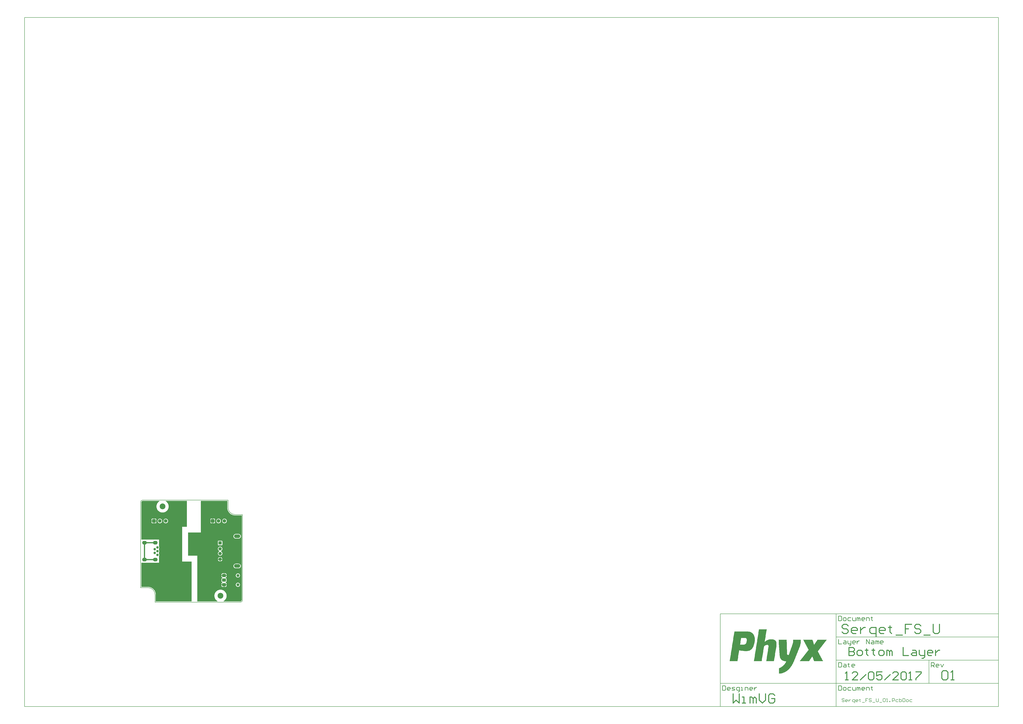
<source format=gbl>
G04 Layer_Physical_Order=2*
G04 Layer_Color=40191*
%FSLAX25Y25*%
%MOIN*%
G70*
G01*
G75*
%ADD10C,0.00787*%
%ADD11C,0.01968*%
%ADD21C,0.01575*%
%ADD22C,0.00591*%
%ADD23C,0.00984*%
%ADD24C,0.09842*%
%ADD25R,0.05905X0.05905*%
%ADD26C,0.05905*%
%ADD27O,0.04000X0.04331*%
%ADD28O,0.08000X0.06000*%
%ADD29O,0.10630X0.05905*%
%ADD30C,0.05591*%
%ADD31R,0.05591X0.05591*%
%ADD32C,0.05118*%
G04:AMPARAMS|DCode=33|XSize=66.93mil|YSize=55.12mil|CornerRadius=13.78mil|HoleSize=0mil|Usage=FLASHONLY|Rotation=180.000|XOffset=0mil|YOffset=0mil|HoleType=Round|Shape=RoundedRectangle|*
%AMROUNDEDRECTD33*
21,1,0.06693,0.02756,0,0,180.0*
21,1,0.03937,0.05512,0,0,180.0*
1,1,0.02756,-0.01968,0.01378*
1,1,0.02756,0.01968,0.01378*
1,1,0.02756,0.01968,-0.01378*
1,1,0.02756,-0.01968,-0.01378*
%
%ADD33ROUNDEDRECTD33*%
%ADD34C,0.02756*%
G36*
X-82677Y85332D02*
X-54530D01*
X-54380Y84741D01*
X-54382Y84741D01*
X-54843Y84458D01*
X-55289Y84151D01*
X-55719Y83822D01*
X-56130Y83470D01*
X-56523Y83098D01*
X-56895Y82705D01*
X-57247Y82293D01*
X-57576Y81864D01*
X-57883Y81418D01*
X-58166Y80957D01*
X-58424Y80481D01*
X-58657Y79992D01*
X-58864Y79492D01*
X-59045Y78982D01*
X-59198Y78463D01*
X-59325Y77937D01*
X-59424Y77405D01*
X-59494Y76868D01*
X-59537Y76328D01*
X-59551Y75787D01*
X-59537Y75246D01*
X-59494Y74707D01*
X-59424Y74170D01*
X-59325Y73638D01*
X-59198Y73112D01*
X-59045Y72593D01*
X-58864Y72083D01*
X-58657Y71583D01*
X-58424Y71094D01*
X-58166Y70618D01*
X-57883Y70157D01*
X-57576Y69711D01*
X-57247Y69281D01*
X-56895Y68870D01*
X-56523Y68477D01*
X-56130Y68105D01*
X-55719Y67753D01*
X-55289Y67424D01*
X-54843Y67117D01*
X-54382Y66834D01*
X-53906Y66576D01*
X-53417Y66343D01*
X-52917Y66136D01*
X-52407Y65955D01*
X-51888Y65802D01*
X-51362Y65675D01*
X-50830Y65576D01*
X-50293Y65506D01*
X-49754Y65463D01*
X-49213Y65449D01*
X-48672Y65463D01*
X-48132Y65506D01*
X-47595Y65576D01*
X-47063Y65675D01*
X-46537Y65802D01*
X-46018Y65955D01*
X-45508Y66136D01*
X-45008Y66343D01*
X-44519Y66576D01*
X-44043Y66834D01*
X-43582Y67117D01*
X-43136Y67424D01*
X-42707Y67753D01*
X-42295Y68105D01*
X-41902Y68477D01*
X-41530Y68870D01*
X-41178Y69281D01*
X-40849Y69711D01*
X-40542Y70157D01*
X-40260Y70618D01*
X-40001Y71094D01*
X-39768Y71583D01*
X-39561Y72083D01*
X-39380Y72593D01*
X-39227Y73112D01*
X-39100Y73638D01*
X-39002Y74170D01*
X-38931Y74707D01*
X-38889Y75246D01*
X-38874Y75787D01*
X-38889Y76328D01*
X-38931Y76868D01*
X-39002Y77405D01*
X-39100Y77937D01*
X-39227Y78463D01*
X-39380Y78982D01*
X-39561Y79492D01*
X-39768Y79992D01*
X-40001Y80481D01*
X-40260Y80957D01*
X-40542Y81418D01*
X-40849Y81864D01*
X-41178Y82293D01*
X-41530Y82705D01*
X-41902Y83098D01*
X-42295Y83470D01*
X-42707Y83822D01*
X-43136Y84151D01*
X-43582Y84458D01*
X-44043Y84741D01*
X-44045Y84741D01*
X-43895Y85332D01*
X-7874D01*
Y41339D01*
X-15748D01*
Y-17717D01*
X0D01*
Y-85332D01*
X-60726D01*
Y-73819D01*
X-60725D01*
X-60739Y-73214D01*
X-60781Y-72611D01*
X-60850Y-72010D01*
X-60948Y-71413D01*
X-61073Y-70821D01*
X-61225Y-70236D01*
X-61404Y-69658D01*
X-61609Y-69089D01*
X-61841Y-68530D01*
X-62098Y-67982D01*
X-62380Y-67447D01*
X-62686Y-66926D01*
X-63016Y-66419D01*
X-63370Y-65928D01*
X-63745Y-65454D01*
X-64142Y-64998D01*
X-64560Y-64560D01*
X-64998Y-64142D01*
X-65454Y-63745D01*
X-65928Y-63370D01*
X-66419Y-63016D01*
X-66926Y-62686D01*
X-67447Y-62380D01*
X-67982Y-62098D01*
X-68530Y-61841D01*
X-69089Y-61609D01*
X-69658Y-61404D01*
X-70236Y-61225D01*
X-70821Y-61073D01*
X-71413Y-60948D01*
X-72010Y-60850D01*
X-72611Y-60781D01*
X-73214Y-60739D01*
X-73819Y-60725D01*
Y-60726D01*
X-85332D01*
Y-19685D01*
X-55118D01*
Y-7654D01*
X-55099Y-7614D01*
X-55000Y-7337D01*
X-54928Y-7051D01*
X-54885Y-6759D01*
X-54870Y-6465D01*
Y-6134D01*
X-54885Y-5839D01*
X-54928Y-5548D01*
X-55000Y-5262D01*
X-55099Y-4984D01*
X-55118Y-4944D01*
Y-1318D01*
X-55114Y-1309D01*
X-55015Y-1033D01*
X-54944Y-748D01*
X-54901Y-458D01*
X-54886Y-165D01*
Y165D01*
X-54901Y458D01*
X-54944Y748D01*
X-55015Y1033D01*
X-55114Y1309D01*
X-55118Y1318D01*
Y4981D01*
X-55114Y4990D01*
X-55015Y5266D01*
X-54944Y5551D01*
X-54901Y5841D01*
X-54886Y6134D01*
Y6465D01*
X-54901Y6757D01*
X-54944Y7047D01*
X-55015Y7332D01*
X-55114Y7608D01*
X-55118Y7617D01*
Y19685D01*
X-85332D01*
Y82677D01*
X-85333Y82695D01*
X-85321Y82938D01*
X-85283Y83196D01*
X-85220Y83448D01*
X-85132Y83694D01*
X-85020Y83930D01*
X-84886Y84153D01*
X-84731Y84363D01*
X-84556Y84556D01*
X-84363Y84731D01*
X-84153Y84886D01*
X-83930Y85020D01*
X-83694Y85132D01*
X-83448Y85220D01*
X-83196Y85283D01*
X-82938Y85321D01*
X-82695Y85333D01*
X-82677Y85332D01*
D02*
G37*
G36*
X60726Y73819D02*
X60725D01*
X60739Y73214D01*
X60781Y72611D01*
X60850Y72010D01*
X60948Y71413D01*
X61073Y70821D01*
X61225Y70236D01*
X61404Y69658D01*
X61609Y69089D01*
X61840Y68530D01*
X62098Y67982D01*
X62380Y67447D01*
X62686Y66926D01*
X63016Y66419D01*
X63370Y65928D01*
X63745Y65454D01*
X64142Y64998D01*
X64560Y64560D01*
X64998Y64142D01*
X65454Y63745D01*
X65928Y63370D01*
X66419Y63016D01*
X66926Y62686D01*
X67447Y62380D01*
X67982Y62098D01*
X68530Y61840D01*
X69089Y61609D01*
X69658Y61404D01*
X70236Y61225D01*
X70821Y61073D01*
X71413Y60948D01*
X72010Y60850D01*
X72611Y60781D01*
X73214Y60739D01*
X73819Y60725D01*
Y60726D01*
X85332D01*
Y-82677D01*
X85333Y-82695D01*
X85321Y-82938D01*
X85283Y-83196D01*
X85220Y-83448D01*
X85132Y-83694D01*
X85020Y-83930D01*
X84886Y-84153D01*
X84731Y-84363D01*
X84556Y-84556D01*
X84363Y-84731D01*
X84153Y-84886D01*
X83930Y-85020D01*
X83694Y-85132D01*
X83448Y-85220D01*
X83196Y-85283D01*
X82938Y-85321D01*
X82695Y-85333D01*
X82677Y-85332D01*
X54530D01*
X54380Y-84741D01*
X54382Y-84741D01*
X54843Y-84458D01*
X55289Y-84151D01*
X55719Y-83822D01*
X56130Y-83470D01*
X56523Y-83098D01*
X56895Y-82705D01*
X57247Y-82293D01*
X57576Y-81864D01*
X57883Y-81418D01*
X58166Y-80957D01*
X58424Y-80481D01*
X58657Y-79992D01*
X58864Y-79492D01*
X59045Y-78982D01*
X59198Y-78463D01*
X59325Y-77937D01*
X59424Y-77405D01*
X59494Y-76868D01*
X59537Y-76328D01*
X59551Y-75787D01*
X59537Y-75246D01*
X59494Y-74707D01*
X59424Y-74170D01*
X59325Y-73638D01*
X59198Y-73112D01*
X59045Y-72593D01*
X58864Y-72083D01*
X58657Y-71583D01*
X58424Y-71094D01*
X58166Y-70618D01*
X57883Y-70157D01*
X57576Y-69711D01*
X57247Y-69281D01*
X56895Y-68870D01*
X56523Y-68477D01*
X56130Y-68105D01*
X55719Y-67753D01*
X55289Y-67424D01*
X54843Y-67117D01*
X54382Y-66834D01*
X53906Y-66576D01*
X53417Y-66343D01*
X52917Y-66136D01*
X52407Y-65955D01*
X51888Y-65802D01*
X51362Y-65675D01*
X50830Y-65576D01*
X50293Y-65506D01*
X49754Y-65463D01*
X49213Y-65449D01*
X48671Y-65463D01*
X48132Y-65506D01*
X47595Y-65576D01*
X47063Y-65675D01*
X46537Y-65802D01*
X46018Y-65955D01*
X45508Y-66136D01*
X45008Y-66343D01*
X44519Y-66576D01*
X44043Y-66834D01*
X43582Y-67117D01*
X43136Y-67424D01*
X42707Y-67753D01*
X42295Y-68105D01*
X41902Y-68477D01*
X41530Y-68870D01*
X41178Y-69281D01*
X40849Y-69711D01*
X40542Y-70157D01*
X40260Y-70618D01*
X40001Y-71094D01*
X39768Y-71583D01*
X39561Y-72083D01*
X39380Y-72593D01*
X39227Y-73112D01*
X39100Y-73638D01*
X39002Y-74170D01*
X38931Y-74707D01*
X38889Y-75246D01*
X38874Y-75787D01*
X38889Y-76328D01*
X38931Y-76868D01*
X39002Y-77405D01*
X39100Y-77937D01*
X39227Y-78463D01*
X39380Y-78982D01*
X39561Y-79492D01*
X39768Y-79992D01*
X40001Y-80481D01*
X40260Y-80957D01*
X40542Y-81418D01*
X40849Y-81864D01*
X41178Y-82293D01*
X41530Y-82705D01*
X41902Y-83098D01*
X42295Y-83470D01*
X42707Y-83822D01*
X43136Y-84151D01*
X43582Y-84458D01*
X44043Y-84741D01*
X44045Y-84741D01*
X43895Y-85332D01*
X9843D01*
Y-7874D01*
X-5906Y-7874D01*
Y31496D01*
X15748Y31496D01*
Y85332D01*
X60726D01*
Y73819D01*
D02*
G37*
G36*
X1078558Y-150646D02*
X1078271D01*
Y-150933D01*
X1077985D01*
Y-151219D01*
Y-151505D01*
X1077699D01*
Y-151791D01*
X1077412D01*
Y-152078D01*
X1077126D01*
Y-152364D01*
Y-152650D01*
X1076840D01*
Y-152937D01*
X1076553D01*
Y-153223D01*
X1076267D01*
Y-153509D01*
X1075981D01*
Y-153796D01*
Y-154082D01*
X1075694D01*
Y-154368D01*
X1075408D01*
Y-154655D01*
X1075122D01*
Y-154941D01*
Y-155227D01*
X1074835D01*
Y-155514D01*
X1074549D01*
Y-155800D01*
X1074263D01*
Y-156086D01*
X1073977D01*
Y-156372D01*
Y-156659D01*
X1073690D01*
Y-156945D01*
X1073404D01*
Y-157231D01*
X1073118D01*
Y-157518D01*
Y-157804D01*
X1072831D01*
Y-158090D01*
X1072545D01*
Y-158377D01*
X1072259D01*
Y-158663D01*
Y-158949D01*
X1071972D01*
Y-159236D01*
X1071686D01*
Y-159522D01*
X1071400D01*
Y-159808D01*
X1071113D01*
Y-160094D01*
Y-160381D01*
X1070827D01*
Y-160667D01*
X1070541D01*
Y-160953D01*
X1070255D01*
Y-161240D01*
Y-161526D01*
X1069968D01*
Y-161812D01*
X1069682D01*
Y-162099D01*
X1069396D01*
Y-162385D01*
Y-162671D01*
X1069109D01*
Y-162958D01*
X1068823D01*
Y-163244D01*
X1068537D01*
Y-163530D01*
X1068250D01*
Y-163816D01*
Y-164103D01*
X1067964D01*
Y-164389D01*
X1067678D01*
Y-164675D01*
X1067391D01*
Y-164962D01*
Y-165248D01*
X1067105D01*
Y-165534D01*
X1066819D01*
Y-165821D01*
X1066533D01*
Y-166107D01*
Y-166393D01*
X1066246D01*
Y-166680D01*
X1065960D01*
Y-166966D01*
X1065674D01*
Y-167252D01*
X1065387D01*
Y-167539D01*
Y-167825D01*
X1065101D01*
Y-168111D01*
X1064815D01*
Y-168398D01*
X1064528D01*
Y-168684D01*
Y-168970D01*
X1064242D01*
Y-169256D01*
X1063956D01*
Y-169543D01*
X1063669D01*
Y-169829D01*
X1063383D01*
Y-170115D01*
Y-170402D01*
X1063669D01*
Y-170688D01*
Y-170974D01*
X1063956D01*
Y-171261D01*
Y-171547D01*
X1064242D01*
Y-171833D01*
X1064528D01*
Y-172120D01*
Y-172406D01*
X1064815D01*
Y-172692D01*
Y-172978D01*
X1065101D01*
Y-173265D01*
Y-173551D01*
X1065387D01*
Y-173837D01*
Y-174124D01*
X1065674D01*
Y-174410D01*
Y-174696D01*
X1065960D01*
Y-174983D01*
Y-175269D01*
X1066246D01*
Y-175555D01*
Y-175842D01*
X1066533D01*
Y-176128D01*
Y-176414D01*
X1066819D01*
Y-176701D01*
X1067105D01*
Y-176987D01*
Y-177273D01*
X1067391D01*
Y-177560D01*
Y-177846D01*
X1067678D01*
Y-178132D01*
Y-178419D01*
X1067964D01*
Y-178705D01*
Y-178991D01*
X1068250D01*
Y-179277D01*
Y-179564D01*
X1068537D01*
Y-179850D01*
Y-180136D01*
X1068823D01*
Y-180423D01*
Y-180709D01*
X1069109D01*
Y-180995D01*
X1069396D01*
Y-181282D01*
Y-181568D01*
X1069682D01*
Y-181854D01*
Y-182141D01*
X1069968D01*
Y-182427D01*
Y-182713D01*
X1070255D01*
Y-183000D01*
Y-183286D01*
X1070541D01*
Y-183572D01*
Y-183858D01*
X1070827D01*
Y-184145D01*
Y-184431D01*
X1071113D01*
Y-184717D01*
Y-185004D01*
X1071400D01*
Y-185290D01*
X1071686D01*
Y-185576D01*
Y-185863D01*
X1071972D01*
Y-186149D01*
Y-186435D01*
X1072259D01*
Y-186722D01*
X1057084D01*
Y-186435D01*
X1056798D01*
Y-186149D01*
Y-185863D01*
Y-185576D01*
X1056511D01*
Y-185290D01*
Y-185004D01*
Y-184717D01*
X1056225D01*
Y-184431D01*
Y-184145D01*
X1055939D01*
Y-183858D01*
Y-183572D01*
Y-183286D01*
X1055653D01*
Y-183000D01*
Y-182713D01*
Y-182427D01*
X1055366D01*
Y-182141D01*
Y-181854D01*
X1055080D01*
Y-181568D01*
Y-181282D01*
Y-180995D01*
X1054794D01*
Y-180709D01*
Y-180423D01*
Y-180136D01*
X1054507D01*
Y-179850D01*
Y-179564D01*
Y-179277D01*
X1054221D01*
Y-178991D01*
X1053648D01*
Y-179277D01*
Y-179564D01*
X1053362D01*
Y-179850D01*
X1053076D01*
Y-180136D01*
Y-180423D01*
X1052789D01*
Y-180709D01*
X1052503D01*
Y-180995D01*
Y-181282D01*
X1052217D01*
Y-181568D01*
X1051931D01*
Y-181854D01*
Y-182141D01*
X1051644D01*
Y-182427D01*
X1051358D01*
Y-182713D01*
X1051072D01*
Y-183000D01*
Y-183286D01*
X1050785D01*
Y-183572D01*
X1050499D01*
Y-183858D01*
Y-184145D01*
X1050213D01*
Y-184431D01*
X1049926D01*
Y-184717D01*
Y-185004D01*
X1049640D01*
Y-185290D01*
X1049354D01*
Y-185576D01*
Y-185863D01*
X1049067D01*
Y-186149D01*
X1048781D01*
Y-186435D01*
Y-186722D01*
X1032747D01*
Y-186435D01*
X1033034D01*
Y-186149D01*
X1033320D01*
Y-185863D01*
X1033607D01*
Y-185576D01*
X1033893D01*
Y-185290D01*
Y-185004D01*
X1034179D01*
Y-184717D01*
X1034465D01*
Y-184431D01*
X1034752D01*
Y-184145D01*
X1035038D01*
Y-183858D01*
Y-183572D01*
X1035324D01*
Y-183286D01*
X1035611D01*
Y-183000D01*
X1035897D01*
Y-182713D01*
Y-182427D01*
X1036183D01*
Y-182141D01*
X1036470D01*
Y-181854D01*
X1036756D01*
Y-181568D01*
X1037042D01*
Y-181282D01*
Y-180995D01*
X1037329D01*
Y-180709D01*
X1037615D01*
Y-180423D01*
X1037901D01*
Y-180136D01*
X1038188D01*
Y-179850D01*
Y-179564D01*
X1038474D01*
Y-179277D01*
X1038760D01*
Y-178991D01*
X1039046D01*
Y-178705D01*
Y-178419D01*
X1039333D01*
Y-178132D01*
X1039619D01*
Y-177846D01*
X1039905D01*
Y-177560D01*
X1040192D01*
Y-177273D01*
Y-176987D01*
X1040478D01*
Y-176701D01*
X1040764D01*
Y-176414D01*
X1041051D01*
Y-176128D01*
Y-175842D01*
X1041337D01*
Y-175555D01*
X1041623D01*
Y-175269D01*
X1041910D01*
Y-174983D01*
X1042196D01*
Y-174696D01*
Y-174410D01*
X1042482D01*
Y-174124D01*
X1042768D01*
Y-173837D01*
X1043055D01*
Y-173551D01*
Y-173265D01*
X1043341D01*
Y-172978D01*
X1043627D01*
Y-172692D01*
X1043914D01*
Y-172406D01*
X1044200D01*
Y-172120D01*
Y-171833D01*
X1044486D01*
Y-171547D01*
X1044773D01*
Y-171261D01*
X1045059D01*
Y-170974D01*
X1045345D01*
Y-170688D01*
Y-170402D01*
X1045632D01*
Y-170115D01*
X1045918D01*
Y-169829D01*
X1046204D01*
Y-169543D01*
Y-169256D01*
X1046491D01*
Y-168970D01*
X1046777D01*
Y-168684D01*
X1047063D01*
Y-168398D01*
X1047349D01*
Y-168111D01*
Y-167825D01*
X1047636D01*
Y-167539D01*
Y-167252D01*
Y-166966D01*
X1047349D01*
Y-166680D01*
X1047063D01*
Y-166393D01*
Y-166107D01*
X1046777D01*
Y-165821D01*
Y-165534D01*
X1046491D01*
Y-165248D01*
Y-164962D01*
X1046204D01*
Y-164675D01*
Y-164389D01*
X1045918D01*
Y-164103D01*
Y-163816D01*
X1045632D01*
Y-163530D01*
Y-163244D01*
X1045345D01*
Y-162958D01*
X1045059D01*
Y-162671D01*
Y-162385D01*
X1044773D01*
Y-162099D01*
Y-161812D01*
X1044486D01*
Y-161526D01*
Y-161240D01*
X1044200D01*
Y-160953D01*
Y-160667D01*
X1043914D01*
Y-160381D01*
Y-160094D01*
X1043627D01*
Y-159808D01*
Y-159522D01*
X1043341D01*
Y-159236D01*
X1043055D01*
Y-158949D01*
Y-158663D01*
X1042768D01*
Y-158377D01*
Y-158090D01*
X1042482D01*
Y-157804D01*
Y-157518D01*
X1042196D01*
Y-157231D01*
Y-156945D01*
X1041910D01*
Y-156659D01*
Y-156372D01*
X1041623D01*
Y-156086D01*
Y-155800D01*
X1041337D01*
Y-155514D01*
Y-155227D01*
X1041051D01*
Y-154941D01*
X1040764D01*
Y-154655D01*
Y-154368D01*
X1040478D01*
Y-154082D01*
Y-153796D01*
X1040192D01*
Y-153509D01*
Y-153223D01*
X1039905D01*
Y-152937D01*
Y-152650D01*
X1039619D01*
Y-152364D01*
Y-152078D01*
X1039333D01*
Y-151791D01*
Y-151505D01*
X1039046D01*
Y-151219D01*
X1038760D01*
Y-150933D01*
Y-150646D01*
X1038474D01*
Y-150360D01*
X1054221D01*
Y-150646D01*
X1054507D01*
Y-150933D01*
Y-151219D01*
Y-151505D01*
X1054794D01*
Y-151791D01*
Y-152078D01*
Y-152364D01*
X1055080D01*
Y-152650D01*
Y-152937D01*
Y-153223D01*
X1055366D01*
Y-153509D01*
Y-153796D01*
Y-154082D01*
X1055653D01*
Y-154368D01*
Y-154655D01*
Y-154941D01*
X1055939D01*
Y-155227D01*
Y-155514D01*
Y-155800D01*
X1056225D01*
Y-156086D01*
Y-156372D01*
Y-156659D01*
X1056511D01*
Y-156945D01*
Y-157231D01*
Y-157518D01*
X1056798D01*
Y-157804D01*
Y-158090D01*
Y-158377D01*
Y-158663D01*
X1057370D01*
Y-158377D01*
X1057657D01*
Y-158090D01*
X1057943D01*
Y-157804D01*
Y-157518D01*
X1058229D01*
Y-157231D01*
X1058516D01*
Y-156945D01*
Y-156659D01*
X1058802D01*
Y-156372D01*
X1059088D01*
Y-156086D01*
Y-155800D01*
X1059375D01*
Y-155514D01*
X1059661D01*
Y-155227D01*
Y-154941D01*
X1059947D01*
Y-154655D01*
X1060234D01*
Y-154368D01*
Y-154082D01*
X1060520D01*
Y-153796D01*
X1060806D01*
Y-153509D01*
Y-153223D01*
X1061092D01*
Y-152937D01*
X1061379D01*
Y-152650D01*
Y-152364D01*
X1061665D01*
Y-152078D01*
X1061951D01*
Y-151791D01*
Y-151505D01*
X1062238D01*
Y-151219D01*
X1062524D01*
Y-150933D01*
Y-150646D01*
X1062810D01*
Y-150360D01*
X1078558D01*
Y-150646D01*
D02*
G37*
G36*
X945422Y-136617D02*
X947140D01*
Y-136903D01*
X947999D01*
Y-137189D01*
X948858D01*
Y-137476D01*
X949717D01*
Y-137762D01*
X950289D01*
Y-138048D01*
X950576D01*
Y-138335D01*
X951148D01*
Y-138621D01*
X951435D01*
Y-138907D01*
X952007D01*
Y-139194D01*
X952294D01*
Y-139480D01*
X952580D01*
Y-139766D01*
X952866D01*
Y-140053D01*
X953153D01*
Y-140339D01*
X953439D01*
Y-140625D01*
X953725D01*
Y-140911D01*
Y-141198D01*
X954012D01*
Y-141484D01*
X954298D01*
Y-141771D01*
Y-142057D01*
X954584D01*
Y-142343D01*
X954870D01*
Y-142629D01*
Y-142916D01*
X955157D01*
Y-143202D01*
Y-143488D01*
Y-143775D01*
X955443D01*
Y-144061D01*
Y-144347D01*
Y-144634D01*
X955729D01*
Y-144920D01*
Y-145206D01*
Y-145492D01*
Y-145779D01*
X956016D01*
Y-146065D01*
Y-146352D01*
Y-146638D01*
Y-146924D01*
Y-147210D01*
X956302D01*
Y-147497D01*
Y-147783D01*
Y-148069D01*
Y-148356D01*
Y-148642D01*
Y-148928D01*
Y-149215D01*
Y-149501D01*
Y-149787D01*
Y-150074D01*
Y-150360D01*
Y-150646D01*
Y-150933D01*
Y-151219D01*
Y-151505D01*
Y-151791D01*
Y-152078D01*
Y-152364D01*
Y-152650D01*
Y-152937D01*
X956016D01*
Y-153223D01*
Y-153509D01*
Y-153796D01*
Y-154082D01*
Y-154368D01*
Y-154655D01*
Y-154941D01*
X955729D01*
Y-155227D01*
Y-155514D01*
Y-155800D01*
Y-156086D01*
Y-156372D01*
X955443D01*
Y-156659D01*
Y-156945D01*
Y-157231D01*
Y-157518D01*
Y-157804D01*
X955157D01*
Y-158090D01*
Y-158377D01*
Y-158663D01*
X954870D01*
Y-158949D01*
Y-159236D01*
Y-159522D01*
Y-159808D01*
X954584D01*
Y-160094D01*
Y-160381D01*
Y-160667D01*
X954298D01*
Y-160953D01*
Y-161240D01*
X954012D01*
Y-161526D01*
Y-161812D01*
Y-162099D01*
X953725D01*
Y-162385D01*
Y-162671D01*
X953439D01*
Y-162958D01*
Y-163244D01*
X953153D01*
Y-163530D01*
Y-163816D01*
X952866D01*
Y-164103D01*
X952580D01*
Y-164389D01*
Y-164675D01*
X952294D01*
Y-164962D01*
X952007D01*
Y-165248D01*
X951721D01*
Y-165534D01*
Y-165821D01*
X951435D01*
Y-166107D01*
X951148D01*
Y-166393D01*
X950862D01*
Y-166680D01*
X950576D01*
Y-166966D01*
X950289D01*
Y-167252D01*
X949717D01*
Y-167539D01*
X949430D01*
Y-167825D01*
X948858D01*
Y-168111D01*
X948572D01*
Y-168398D01*
X947999D01*
Y-168684D01*
X947140D01*
Y-168970D01*
X946281D01*
Y-169256D01*
X945422D01*
Y-169543D01*
X943704D01*
Y-169829D01*
X938551D01*
Y-169543D01*
X935974D01*
Y-169256D01*
X933970D01*
Y-168970D01*
X932538D01*
Y-168684D01*
X931106D01*
Y-168398D01*
X929675D01*
Y-168684D01*
Y-168970D01*
Y-169256D01*
Y-169543D01*
Y-169829D01*
Y-170115D01*
Y-170402D01*
X929389D01*
Y-170688D01*
Y-170974D01*
Y-171261D01*
Y-171547D01*
Y-171833D01*
Y-172120D01*
X929102D01*
Y-172406D01*
Y-172692D01*
Y-172978D01*
Y-173265D01*
Y-173551D01*
Y-173837D01*
X928816D01*
Y-174124D01*
Y-174410D01*
Y-174696D01*
Y-174983D01*
Y-175269D01*
Y-175555D01*
Y-175842D01*
X928530D01*
Y-176128D01*
Y-176414D01*
Y-176701D01*
Y-176987D01*
Y-177273D01*
Y-177560D01*
X928243D01*
Y-177846D01*
Y-178132D01*
Y-178419D01*
Y-178705D01*
Y-178991D01*
Y-179277D01*
X927957D01*
Y-179564D01*
Y-179850D01*
Y-180136D01*
Y-180423D01*
Y-180709D01*
Y-180995D01*
Y-181282D01*
X927671D01*
Y-181568D01*
Y-181854D01*
Y-182141D01*
Y-182427D01*
Y-182713D01*
Y-183000D01*
X927384D01*
Y-183286D01*
Y-183572D01*
Y-183858D01*
Y-184145D01*
Y-184431D01*
Y-184717D01*
X927098D01*
Y-185004D01*
Y-185290D01*
Y-185576D01*
Y-185863D01*
Y-186149D01*
Y-186435D01*
Y-186722D01*
X913641D01*
Y-186435D01*
X913928D01*
Y-186149D01*
Y-185863D01*
Y-185576D01*
Y-185290D01*
Y-185004D01*
X914214D01*
Y-184717D01*
Y-184431D01*
Y-184145D01*
Y-183858D01*
Y-183572D01*
Y-183286D01*
Y-183000D01*
X914500D01*
Y-182713D01*
Y-182427D01*
Y-182141D01*
Y-181854D01*
Y-181568D01*
Y-181282D01*
X914787D01*
Y-180995D01*
Y-180709D01*
Y-180423D01*
Y-180136D01*
Y-179850D01*
Y-179564D01*
X915073D01*
Y-179277D01*
Y-178991D01*
Y-178705D01*
Y-178419D01*
Y-178132D01*
Y-177846D01*
Y-177560D01*
X915359D01*
Y-177273D01*
Y-176987D01*
Y-176701D01*
Y-176414D01*
Y-176128D01*
Y-175842D01*
X915646D01*
Y-175555D01*
Y-175269D01*
Y-174983D01*
Y-174696D01*
Y-174410D01*
Y-174124D01*
X915932D01*
Y-173837D01*
Y-173551D01*
Y-173265D01*
Y-172978D01*
Y-172692D01*
Y-172406D01*
X916218D01*
Y-172120D01*
Y-171833D01*
Y-171547D01*
Y-171261D01*
Y-170974D01*
Y-170688D01*
Y-170402D01*
X916504D01*
Y-170115D01*
Y-169829D01*
Y-169543D01*
Y-169256D01*
Y-168970D01*
Y-168684D01*
X916791D01*
Y-168398D01*
Y-168111D01*
Y-167825D01*
Y-167539D01*
Y-167252D01*
Y-166966D01*
X917077D01*
Y-166680D01*
Y-166393D01*
Y-166107D01*
Y-165821D01*
Y-165534D01*
Y-165248D01*
X917363D01*
Y-164962D01*
Y-164675D01*
Y-164389D01*
Y-164103D01*
Y-163816D01*
Y-163530D01*
Y-163244D01*
X917650D01*
Y-162958D01*
Y-162671D01*
Y-162385D01*
Y-162099D01*
Y-161812D01*
Y-161526D01*
X917936D01*
Y-161240D01*
Y-160953D01*
Y-160667D01*
Y-160381D01*
Y-160094D01*
Y-159808D01*
X918222D01*
Y-159522D01*
Y-159236D01*
Y-158949D01*
Y-158663D01*
Y-158377D01*
Y-158090D01*
Y-157804D01*
X918509D01*
Y-157518D01*
Y-157231D01*
Y-156945D01*
Y-156659D01*
Y-156372D01*
Y-156086D01*
X918795D01*
Y-155800D01*
Y-155514D01*
Y-155227D01*
Y-154941D01*
Y-154655D01*
Y-154368D01*
X919081D01*
Y-154082D01*
Y-153796D01*
Y-153509D01*
Y-153223D01*
Y-152937D01*
Y-152650D01*
X919368D01*
Y-152364D01*
Y-152078D01*
Y-151791D01*
Y-151505D01*
Y-151219D01*
Y-150933D01*
Y-150646D01*
X919654D01*
Y-150360D01*
Y-150074D01*
Y-149787D01*
Y-149501D01*
Y-149215D01*
Y-148928D01*
X919940D01*
Y-148642D01*
Y-148356D01*
Y-148069D01*
Y-147783D01*
Y-147497D01*
Y-147210D01*
X920227D01*
Y-146924D01*
Y-146638D01*
Y-146352D01*
Y-146065D01*
Y-145779D01*
Y-145492D01*
Y-145206D01*
X920513D01*
Y-144920D01*
Y-144634D01*
Y-144347D01*
Y-144061D01*
Y-143775D01*
Y-143488D01*
X920799D01*
Y-143202D01*
Y-142916D01*
Y-142629D01*
Y-142343D01*
Y-142057D01*
Y-141771D01*
X921085D01*
Y-141484D01*
Y-141198D01*
Y-140911D01*
Y-140625D01*
Y-140339D01*
Y-140053D01*
Y-139766D01*
X921372D01*
Y-139480D01*
Y-139194D01*
Y-138907D01*
Y-138621D01*
Y-138335D01*
Y-138048D01*
X921658D01*
Y-137762D01*
Y-137476D01*
Y-137189D01*
Y-136903D01*
Y-136617D01*
Y-136330D01*
X945422D01*
Y-136617D01*
D02*
G37*
G36*
X1034465Y-150646D02*
Y-150933D01*
Y-151219D01*
Y-151505D01*
Y-151791D01*
Y-152078D01*
Y-152364D01*
Y-152650D01*
Y-152937D01*
Y-153223D01*
Y-153509D01*
Y-153796D01*
Y-154082D01*
Y-154368D01*
Y-154655D01*
Y-154941D01*
Y-155227D01*
Y-155514D01*
Y-155800D01*
Y-156086D01*
Y-156372D01*
X1034179D01*
Y-156659D01*
Y-156945D01*
Y-157231D01*
Y-157518D01*
Y-157804D01*
X1033893D01*
Y-158090D01*
Y-158377D01*
Y-158663D01*
Y-158949D01*
X1033607D01*
Y-159236D01*
Y-159522D01*
Y-159808D01*
Y-160094D01*
X1033320D01*
Y-160381D01*
Y-160667D01*
Y-160953D01*
X1033034D01*
Y-161240D01*
Y-161526D01*
Y-161812D01*
X1032747D01*
Y-162099D01*
Y-162385D01*
Y-162671D01*
X1032461D01*
Y-162958D01*
Y-163244D01*
Y-163530D01*
X1032175D01*
Y-163816D01*
Y-164103D01*
X1031889D01*
Y-164389D01*
Y-164675D01*
X1031602D01*
Y-164962D01*
Y-165248D01*
Y-165534D01*
X1031316D01*
Y-165821D01*
Y-166107D01*
X1031030D01*
Y-166393D01*
Y-166680D01*
Y-166966D01*
X1030743D01*
Y-167252D01*
Y-167539D01*
X1030457D01*
Y-167825D01*
Y-168111D01*
Y-168398D01*
X1030171D01*
Y-168684D01*
Y-168970D01*
X1029884D01*
Y-169256D01*
Y-169543D01*
Y-169829D01*
X1029598D01*
Y-170115D01*
Y-170402D01*
X1029312D01*
Y-170688D01*
Y-170974D01*
Y-171261D01*
X1029025D01*
Y-171547D01*
Y-171833D01*
X1028739D01*
Y-172120D01*
Y-172406D01*
Y-172692D01*
X1028453D01*
Y-172978D01*
Y-173265D01*
X1028166D01*
Y-173551D01*
Y-173837D01*
Y-174124D01*
X1027880D01*
Y-174410D01*
Y-174696D01*
X1027594D01*
Y-174983D01*
Y-175269D01*
Y-175555D01*
X1027308D01*
Y-175842D01*
Y-176128D01*
X1027021D01*
Y-176414D01*
Y-176701D01*
Y-176987D01*
X1026735D01*
Y-177273D01*
Y-177560D01*
X1026449D01*
Y-177846D01*
Y-178132D01*
Y-178419D01*
X1026162D01*
Y-178705D01*
Y-178991D01*
X1025876D01*
Y-179277D01*
Y-179564D01*
Y-179850D01*
X1025590D01*
Y-180136D01*
Y-180423D01*
X1025303D01*
Y-180709D01*
Y-180995D01*
Y-181282D01*
X1025017D01*
Y-181568D01*
Y-181854D01*
X1024731D01*
Y-182141D01*
Y-182427D01*
Y-182713D01*
X1024444D01*
Y-183000D01*
Y-183286D01*
X1024158D01*
Y-183572D01*
Y-183858D01*
Y-184145D01*
X1023872D01*
Y-184431D01*
Y-184717D01*
X1023586D01*
Y-185004D01*
Y-185290D01*
Y-185576D01*
X1023299D01*
Y-185863D01*
Y-186149D01*
X1023013D01*
Y-186435D01*
Y-186722D01*
Y-187008D01*
X1022727D01*
Y-187294D01*
Y-187581D01*
X1022440D01*
Y-187867D01*
Y-188153D01*
X1022154D01*
Y-188439D01*
Y-188726D01*
X1021868D01*
Y-189012D01*
Y-189298D01*
Y-189585D01*
X1021581D01*
Y-189871D01*
X1021295D01*
Y-190157D01*
Y-190444D01*
Y-190730D01*
X1021009D01*
Y-191016D01*
X1020722D01*
Y-191303D01*
Y-191589D01*
X1020436D01*
Y-191875D01*
Y-192162D01*
X1020150D01*
Y-192448D01*
Y-192734D01*
X1019864D01*
Y-193020D01*
Y-193307D01*
X1019577D01*
Y-193593D01*
X1019291D01*
Y-193879D01*
Y-194166D01*
X1019005D01*
Y-194452D01*
Y-194738D01*
X1018718D01*
Y-195025D01*
X1018432D01*
Y-195311D01*
X1018146D01*
Y-195597D01*
Y-195884D01*
X1017859D01*
Y-196170D01*
X1017573D01*
Y-196456D01*
Y-196742D01*
X1017287D01*
Y-197029D01*
X1017000D01*
Y-197315D01*
X1016714D01*
Y-197601D01*
Y-197888D01*
X1016428D01*
Y-198174D01*
X1016141D01*
Y-198460D01*
X1015855D01*
Y-198747D01*
X1015569D01*
Y-199033D01*
X1015283D01*
Y-199319D01*
Y-199606D01*
X1014996D01*
Y-199892D01*
X1014710D01*
Y-200178D01*
X1014423D01*
Y-200465D01*
X1014137D01*
Y-200751D01*
X1013851D01*
Y-201037D01*
X1013565D01*
Y-201324D01*
X1013278D01*
Y-201610D01*
X1012706D01*
Y-201896D01*
X1012419D01*
Y-202183D01*
X1012133D01*
Y-202469D01*
X1011847D01*
Y-202755D01*
X1011560D01*
Y-203041D01*
X1010988D01*
Y-203328D01*
X1010701D01*
Y-203614D01*
X1010129D01*
Y-203900D01*
X1009842D01*
Y-204187D01*
X1009270D01*
Y-204473D01*
X1008984D01*
Y-204759D01*
X1008411D01*
Y-205046D01*
X1007838D01*
Y-205332D01*
X1007266D01*
Y-205618D01*
X1006693D01*
Y-205905D01*
X1006120D01*
Y-206191D01*
X1005262D01*
Y-206477D01*
X1004689D01*
Y-206764D01*
X1003830D01*
Y-207050D01*
X1002685D01*
Y-207336D01*
X1001539D01*
Y-207622D01*
X999822D01*
Y-207909D01*
X997817D01*
Y-208195D01*
X997531D01*
Y-207909D01*
Y-207622D01*
Y-207336D01*
Y-207050D01*
Y-206764D01*
Y-206477D01*
Y-206191D01*
Y-205905D01*
Y-205618D01*
Y-205332D01*
Y-205046D01*
Y-204759D01*
Y-204473D01*
Y-204187D01*
Y-203900D01*
Y-203614D01*
Y-203328D01*
Y-203041D01*
Y-202755D01*
Y-202469D01*
Y-202183D01*
Y-201896D01*
Y-201610D01*
Y-201324D01*
Y-201037D01*
Y-200751D01*
Y-200465D01*
Y-200178D01*
Y-199892D01*
Y-199606D01*
Y-199319D01*
Y-199033D01*
Y-198747D01*
X998104D01*
Y-198460D01*
X998676D01*
Y-198174D01*
X999249D01*
Y-197888D01*
X999822D01*
Y-197601D01*
X1000394D01*
Y-197315D01*
X1000967D01*
Y-197029D01*
X1001253D01*
Y-196742D01*
X1001826D01*
Y-196456D01*
X1002112D01*
Y-196170D01*
X1002685D01*
Y-195884D01*
X1002971D01*
Y-195597D01*
X1003257D01*
Y-195311D01*
X1003830D01*
Y-195025D01*
X1004116D01*
Y-194738D01*
X1004403D01*
Y-194452D01*
X1004689D01*
Y-194166D01*
X1004975D01*
Y-193879D01*
X1005262D01*
Y-193593D01*
X1005548D01*
Y-193307D01*
X1005834D01*
Y-193020D01*
X1006120D01*
Y-192734D01*
X1006407D01*
Y-192448D01*
X1006693D01*
Y-192162D01*
X1006979D01*
Y-191875D01*
Y-191589D01*
X1007266D01*
Y-191303D01*
X1007552D01*
Y-191016D01*
X1007838D01*
Y-190730D01*
Y-190444D01*
X1008125D01*
Y-190157D01*
X1008411D01*
Y-189871D01*
Y-189585D01*
X1008697D01*
Y-189298D01*
Y-189012D01*
X1008984D01*
Y-188726D01*
X1009270D01*
Y-188439D01*
Y-188153D01*
X1009556D01*
Y-187867D01*
Y-187581D01*
X1009842D01*
Y-187294D01*
Y-187008D01*
X1008125D01*
Y-186722D01*
X1006120D01*
Y-186435D01*
X1004975D01*
Y-186149D01*
X1004403D01*
Y-185863D01*
X1003544D01*
Y-185576D01*
X1002971D01*
Y-185290D01*
X1002685D01*
Y-185004D01*
X1002112D01*
Y-184717D01*
X1001826D01*
Y-184431D01*
X1001539D01*
Y-184145D01*
X1001253D01*
Y-183858D01*
X1000967D01*
Y-183572D01*
X1000681D01*
Y-183286D01*
Y-183000D01*
X1000394D01*
Y-182713D01*
X1000108D01*
Y-182427D01*
Y-182141D01*
X999822D01*
Y-181854D01*
Y-181568D01*
X999535D01*
Y-181282D01*
Y-180995D01*
X999249D01*
Y-180709D01*
Y-180423D01*
Y-180136D01*
X998963D01*
Y-179850D01*
Y-179564D01*
Y-179277D01*
Y-178991D01*
X998676D01*
Y-178705D01*
Y-178419D01*
Y-178132D01*
Y-177846D01*
Y-177560D01*
Y-177273D01*
Y-176987D01*
X998390D01*
Y-176701D01*
Y-176414D01*
Y-176128D01*
Y-175842D01*
Y-175555D01*
Y-175269D01*
Y-174983D01*
Y-174696D01*
Y-174410D01*
Y-174124D01*
Y-173837D01*
Y-173551D01*
Y-173265D01*
Y-172978D01*
Y-172692D01*
X998104D01*
Y-172406D01*
Y-172120D01*
Y-171833D01*
Y-171547D01*
Y-171261D01*
Y-170974D01*
Y-170688D01*
Y-170402D01*
Y-170115D01*
Y-169829D01*
Y-169543D01*
Y-169256D01*
Y-168970D01*
Y-168684D01*
Y-168398D01*
X997817D01*
Y-168111D01*
Y-167825D01*
Y-167539D01*
Y-167252D01*
Y-166966D01*
Y-166680D01*
Y-166393D01*
Y-166107D01*
Y-165821D01*
Y-165534D01*
Y-165248D01*
Y-164962D01*
Y-164675D01*
Y-164389D01*
Y-164103D01*
Y-163816D01*
X997531D01*
Y-163530D01*
Y-163244D01*
Y-162958D01*
Y-162671D01*
Y-162385D01*
Y-162099D01*
Y-161812D01*
Y-161526D01*
Y-161240D01*
Y-160953D01*
Y-160667D01*
Y-160381D01*
Y-160094D01*
Y-159808D01*
Y-159522D01*
Y-159236D01*
X997245D01*
Y-158949D01*
Y-158663D01*
Y-158377D01*
Y-158090D01*
Y-157804D01*
Y-157518D01*
Y-157231D01*
Y-156945D01*
Y-156659D01*
Y-156372D01*
Y-156086D01*
Y-155800D01*
Y-155514D01*
Y-155227D01*
X996958D01*
Y-154941D01*
Y-154655D01*
Y-154368D01*
Y-154082D01*
Y-153796D01*
Y-153509D01*
Y-153223D01*
Y-152937D01*
Y-152650D01*
Y-152364D01*
Y-152078D01*
Y-151791D01*
Y-151505D01*
Y-151219D01*
Y-150933D01*
Y-150646D01*
X996672D01*
Y-150360D01*
X1010415D01*
Y-150646D01*
Y-150933D01*
Y-151219D01*
Y-151505D01*
Y-151791D01*
Y-152078D01*
Y-152364D01*
Y-152650D01*
Y-152937D01*
Y-153223D01*
Y-153509D01*
Y-153796D01*
Y-154082D01*
Y-154368D01*
X1010701D01*
Y-154655D01*
Y-154941D01*
Y-155227D01*
Y-155514D01*
Y-155800D01*
Y-156086D01*
Y-156372D01*
Y-156659D01*
Y-156945D01*
Y-157231D01*
Y-157518D01*
Y-157804D01*
Y-158090D01*
Y-158377D01*
Y-158663D01*
Y-158949D01*
Y-159236D01*
Y-159522D01*
Y-159808D01*
Y-160094D01*
Y-160381D01*
Y-160667D01*
Y-160953D01*
Y-161240D01*
Y-161526D01*
Y-161812D01*
Y-162099D01*
Y-162385D01*
Y-162671D01*
Y-162958D01*
Y-163244D01*
Y-163530D01*
Y-163816D01*
Y-164103D01*
Y-164389D01*
Y-164675D01*
Y-164962D01*
Y-165248D01*
Y-165534D01*
Y-165821D01*
Y-166107D01*
X1010988D01*
Y-166393D01*
X1010701D01*
Y-166680D01*
Y-166966D01*
X1010988D01*
Y-167252D01*
Y-167539D01*
Y-167825D01*
Y-168111D01*
Y-168398D01*
Y-168684D01*
Y-168970D01*
Y-169256D01*
Y-169543D01*
Y-169829D01*
Y-170115D01*
Y-170402D01*
Y-170688D01*
Y-170974D01*
Y-171261D01*
Y-171547D01*
Y-171833D01*
Y-172120D01*
Y-172406D01*
Y-172692D01*
Y-172978D01*
Y-173265D01*
Y-173551D01*
Y-173837D01*
Y-174124D01*
Y-174410D01*
X1011274D01*
Y-174696D01*
Y-174983D01*
Y-175269D01*
X1011560D01*
Y-175555D01*
X1011847D01*
Y-175842D01*
X1012133D01*
Y-176128D01*
X1012992D01*
Y-176414D01*
X1013851D01*
Y-176128D01*
X1014137D01*
Y-175842D01*
Y-175555D01*
Y-175269D01*
X1014423D01*
Y-174983D01*
Y-174696D01*
X1014710D01*
Y-174410D01*
Y-174124D01*
Y-173837D01*
X1014996D01*
Y-173551D01*
Y-173265D01*
Y-172978D01*
X1015283D01*
Y-172692D01*
Y-172406D01*
Y-172120D01*
X1015569D01*
Y-171833D01*
Y-171547D01*
Y-171261D01*
X1015855D01*
Y-170974D01*
Y-170688D01*
X1016141D01*
Y-170402D01*
Y-170115D01*
Y-169829D01*
X1016428D01*
Y-169543D01*
Y-169256D01*
Y-168970D01*
X1016714D01*
Y-168684D01*
Y-168398D01*
Y-168111D01*
X1017000D01*
Y-167825D01*
Y-167539D01*
X1017287D01*
Y-167252D01*
Y-166966D01*
Y-166680D01*
X1017573D01*
Y-166393D01*
Y-166107D01*
Y-165821D01*
X1017859D01*
Y-165534D01*
Y-165248D01*
Y-164962D01*
X1018146D01*
Y-164675D01*
Y-164389D01*
X1018432D01*
Y-164103D01*
Y-163816D01*
Y-163530D01*
X1018718D01*
Y-163244D01*
Y-162958D01*
Y-162671D01*
X1019005D01*
Y-162385D01*
Y-162099D01*
Y-161812D01*
X1019291D01*
Y-161526D01*
Y-161240D01*
X1019577D01*
Y-160953D01*
Y-160667D01*
Y-160381D01*
X1019864D01*
Y-160094D01*
Y-159808D01*
Y-159522D01*
X1020150D01*
Y-159236D01*
Y-158949D01*
Y-158663D01*
X1020436D01*
Y-158377D01*
Y-158090D01*
Y-157804D01*
Y-157518D01*
X1020722D01*
Y-157231D01*
Y-156945D01*
Y-156659D01*
Y-156372D01*
X1021009D01*
Y-156086D01*
Y-155800D01*
Y-155514D01*
Y-155227D01*
Y-154941D01*
X1021295D01*
Y-154655D01*
Y-154368D01*
Y-154082D01*
Y-153796D01*
Y-153509D01*
Y-153223D01*
X1021581D01*
Y-152937D01*
Y-152650D01*
Y-152364D01*
Y-152078D01*
Y-151791D01*
Y-151505D01*
Y-151219D01*
Y-150933D01*
Y-150646D01*
Y-150360D01*
X1034465D01*
Y-150646D01*
D02*
G37*
G36*
X976630Y-133181D02*
Y-133467D01*
X976344D01*
Y-133754D01*
Y-134040D01*
Y-134326D01*
Y-134613D01*
Y-134899D01*
Y-135185D01*
X976058D01*
Y-135472D01*
Y-135758D01*
Y-136044D01*
Y-136330D01*
Y-136617D01*
Y-136903D01*
X975771D01*
Y-137189D01*
Y-137476D01*
Y-137762D01*
Y-138048D01*
Y-138335D01*
Y-138621D01*
Y-138907D01*
X975485D01*
Y-139194D01*
Y-139480D01*
Y-139766D01*
Y-140053D01*
Y-140339D01*
Y-140625D01*
X975199D01*
Y-140911D01*
Y-141198D01*
Y-141484D01*
Y-141771D01*
Y-142057D01*
Y-142343D01*
X974912D01*
Y-142629D01*
Y-142916D01*
Y-143202D01*
Y-143488D01*
Y-143775D01*
Y-144061D01*
Y-144347D01*
X974626D01*
Y-144634D01*
Y-144920D01*
Y-145206D01*
Y-145492D01*
Y-145779D01*
Y-146065D01*
X974340D01*
Y-146352D01*
Y-146638D01*
Y-146924D01*
Y-147210D01*
Y-147497D01*
Y-147783D01*
X974053D01*
Y-148069D01*
Y-148356D01*
Y-148642D01*
Y-148928D01*
Y-149215D01*
Y-149501D01*
X973767D01*
Y-149787D01*
Y-150074D01*
Y-150360D01*
Y-150646D01*
Y-150933D01*
Y-151219D01*
Y-151505D01*
X973481D01*
Y-151791D01*
Y-152078D01*
Y-152364D01*
Y-152650D01*
Y-152937D01*
Y-153223D01*
X973195D01*
Y-153509D01*
Y-153796D01*
X973767D01*
Y-153509D01*
X974053D01*
Y-153223D01*
X974340D01*
Y-152937D01*
X974912D01*
Y-152650D01*
X975199D01*
Y-152364D01*
X975485D01*
Y-152078D01*
X976058D01*
Y-151791D01*
X976630D01*
Y-151505D01*
X976917D01*
Y-151219D01*
X977489D01*
Y-150933D01*
X978348D01*
Y-150646D01*
X978921D01*
Y-150360D01*
X979780D01*
Y-150074D01*
X981211D01*
Y-149787D01*
X987510D01*
Y-150074D01*
X988655D01*
Y-150360D01*
X989514D01*
Y-150646D01*
X990087D01*
Y-150933D01*
X990373D01*
Y-151219D01*
X990946D01*
Y-151505D01*
X991232D01*
Y-151791D01*
X991518D01*
Y-152078D01*
X991805D01*
Y-152364D01*
X992091D01*
Y-152650D01*
Y-152937D01*
X992377D01*
Y-153223D01*
Y-153509D01*
X992664D01*
Y-153796D01*
Y-154082D01*
Y-154368D01*
X992950D01*
Y-154655D01*
Y-154941D01*
Y-155227D01*
Y-155514D01*
X993236D01*
Y-155800D01*
Y-156086D01*
Y-156372D01*
Y-156659D01*
Y-156945D01*
Y-157231D01*
Y-157518D01*
Y-157804D01*
Y-158090D01*
Y-158377D01*
Y-158663D01*
Y-158949D01*
Y-159236D01*
Y-159522D01*
Y-159808D01*
Y-160094D01*
Y-160381D01*
Y-160667D01*
X992950D01*
Y-160953D01*
Y-161240D01*
Y-161526D01*
Y-161812D01*
Y-162099D01*
Y-162385D01*
Y-162671D01*
X992664D01*
Y-162958D01*
Y-163244D01*
Y-163530D01*
Y-163816D01*
Y-164103D01*
Y-164389D01*
Y-164675D01*
X992377D01*
Y-164962D01*
Y-165248D01*
Y-165534D01*
Y-165821D01*
Y-166107D01*
Y-166393D01*
X992091D01*
Y-166680D01*
Y-166966D01*
Y-167252D01*
Y-167539D01*
Y-167825D01*
Y-168111D01*
X991805D01*
Y-168398D01*
Y-168684D01*
Y-168970D01*
Y-169256D01*
Y-169543D01*
Y-169829D01*
X991518D01*
Y-170115D01*
Y-170402D01*
Y-170688D01*
Y-170974D01*
Y-171261D01*
Y-171547D01*
Y-171833D01*
X991232D01*
Y-172120D01*
Y-172406D01*
Y-172692D01*
Y-172978D01*
Y-173265D01*
Y-173551D01*
X990946D01*
Y-173837D01*
Y-174124D01*
Y-174410D01*
Y-174696D01*
Y-174983D01*
Y-175269D01*
X990660D01*
Y-175555D01*
Y-175842D01*
Y-176128D01*
Y-176414D01*
Y-176701D01*
Y-176987D01*
Y-177273D01*
X990373D01*
Y-177560D01*
Y-177846D01*
Y-178132D01*
Y-178419D01*
Y-178705D01*
Y-178991D01*
X990087D01*
Y-179277D01*
Y-179564D01*
Y-179850D01*
Y-180136D01*
Y-180423D01*
Y-180709D01*
X989801D01*
Y-180995D01*
Y-181282D01*
Y-181568D01*
Y-181854D01*
Y-182141D01*
Y-182427D01*
X989514D01*
Y-182713D01*
Y-183000D01*
Y-183286D01*
Y-183572D01*
Y-183858D01*
Y-184145D01*
Y-184431D01*
X989228D01*
Y-184717D01*
Y-185004D01*
Y-185290D01*
Y-185576D01*
Y-185863D01*
Y-186149D01*
X988942D01*
Y-186435D01*
Y-186722D01*
X975771D01*
Y-186435D01*
Y-186149D01*
X976058D01*
Y-185863D01*
Y-185576D01*
Y-185290D01*
Y-185004D01*
Y-184717D01*
Y-184431D01*
X976344D01*
Y-184145D01*
Y-183858D01*
Y-183572D01*
Y-183286D01*
Y-183000D01*
Y-182713D01*
Y-182427D01*
X976630D01*
Y-182141D01*
Y-181854D01*
Y-181568D01*
Y-181282D01*
Y-180995D01*
Y-180709D01*
X976917D01*
Y-180423D01*
Y-180136D01*
Y-179850D01*
Y-179564D01*
Y-179277D01*
Y-178991D01*
X977203D01*
Y-178705D01*
Y-178419D01*
Y-178132D01*
Y-177846D01*
Y-177560D01*
Y-177273D01*
Y-176987D01*
X977489D01*
Y-176701D01*
Y-176414D01*
Y-176128D01*
Y-175842D01*
Y-175555D01*
Y-175269D01*
X977775D01*
Y-174983D01*
Y-174696D01*
Y-174410D01*
Y-174124D01*
Y-173837D01*
Y-173551D01*
Y-173265D01*
X978062D01*
Y-172978D01*
Y-172692D01*
Y-172406D01*
Y-172120D01*
Y-171833D01*
Y-171547D01*
X978348D01*
Y-171261D01*
Y-170974D01*
Y-170688D01*
Y-170402D01*
Y-170115D01*
Y-169829D01*
X978634D01*
Y-169543D01*
Y-169256D01*
Y-168970D01*
Y-168684D01*
Y-168398D01*
Y-168111D01*
X978921D01*
Y-167825D01*
Y-167539D01*
Y-167252D01*
Y-166966D01*
Y-166680D01*
Y-166393D01*
Y-166107D01*
X979207D01*
Y-165821D01*
Y-165534D01*
Y-165248D01*
Y-164962D01*
Y-164675D01*
Y-164389D01*
X979493D01*
Y-164103D01*
Y-163816D01*
Y-163530D01*
Y-163244D01*
Y-162958D01*
Y-162671D01*
Y-162385D01*
X979780D01*
Y-162099D01*
Y-161812D01*
Y-161526D01*
Y-161240D01*
Y-160953D01*
Y-160667D01*
X979493D01*
Y-160381D01*
Y-160094D01*
X979207D01*
Y-159808D01*
X978921D01*
Y-159522D01*
X978348D01*
Y-159236D01*
X976630D01*
Y-159522D01*
X975199D01*
Y-159808D01*
X974340D01*
Y-160094D01*
X973767D01*
Y-160381D01*
X973481D01*
Y-160667D01*
X972908D01*
Y-160953D01*
X972622D01*
Y-161240D01*
X972336D01*
Y-161526D01*
Y-161812D01*
X972049D01*
Y-162099D01*
Y-162385D01*
Y-162671D01*
X971763D01*
Y-162958D01*
Y-163244D01*
Y-163530D01*
Y-163816D01*
Y-164103D01*
Y-164389D01*
X971477D01*
Y-164675D01*
Y-164962D01*
Y-165248D01*
Y-165534D01*
Y-165821D01*
Y-166107D01*
Y-166393D01*
X971190D01*
Y-166680D01*
Y-166966D01*
Y-167252D01*
Y-167539D01*
Y-167825D01*
Y-168111D01*
X970904D01*
Y-168398D01*
Y-168684D01*
Y-168970D01*
Y-169256D01*
Y-169543D01*
Y-169829D01*
X970618D01*
Y-170115D01*
Y-170402D01*
Y-170688D01*
Y-170974D01*
Y-171261D01*
Y-171547D01*
X970331D01*
Y-171833D01*
Y-172120D01*
Y-172406D01*
Y-172692D01*
Y-172978D01*
Y-173265D01*
Y-173551D01*
X970045D01*
Y-173837D01*
Y-174124D01*
Y-174410D01*
Y-174696D01*
Y-174983D01*
Y-175269D01*
X969759D01*
Y-175555D01*
Y-175842D01*
Y-176128D01*
Y-176414D01*
Y-176701D01*
Y-176987D01*
X969472D01*
Y-177273D01*
Y-177560D01*
Y-177846D01*
Y-178132D01*
Y-178419D01*
Y-178705D01*
Y-178991D01*
X969186D01*
Y-179277D01*
Y-179564D01*
Y-179850D01*
Y-180136D01*
Y-180423D01*
Y-180709D01*
X968900D01*
Y-180995D01*
Y-181282D01*
Y-181568D01*
Y-181854D01*
Y-182141D01*
Y-182427D01*
X968614D01*
Y-182713D01*
Y-183000D01*
Y-183286D01*
Y-183572D01*
Y-183858D01*
Y-184145D01*
X968327D01*
Y-184431D01*
Y-184717D01*
Y-185004D01*
Y-185290D01*
Y-185576D01*
Y-185863D01*
Y-186149D01*
X968041D01*
Y-186435D01*
Y-186722D01*
X954870D01*
Y-186435D01*
Y-186149D01*
X955157D01*
Y-185863D01*
Y-185576D01*
Y-185290D01*
Y-185004D01*
Y-184717D01*
Y-184431D01*
Y-184145D01*
X955443D01*
Y-183858D01*
Y-183572D01*
Y-183286D01*
Y-183000D01*
Y-182713D01*
Y-182427D01*
X955729D01*
Y-182141D01*
Y-181854D01*
Y-181568D01*
Y-181282D01*
Y-180995D01*
Y-180709D01*
X956016D01*
Y-180423D01*
Y-180136D01*
Y-179850D01*
Y-179564D01*
Y-179277D01*
Y-178991D01*
Y-178705D01*
X956302D01*
Y-178419D01*
Y-178132D01*
Y-177846D01*
Y-177560D01*
Y-177273D01*
Y-176987D01*
X956588D01*
Y-176701D01*
Y-176414D01*
Y-176128D01*
Y-175842D01*
Y-175555D01*
Y-175269D01*
X956875D01*
Y-174983D01*
Y-174696D01*
Y-174410D01*
Y-174124D01*
Y-173837D01*
Y-173551D01*
X957161D01*
Y-173265D01*
Y-172978D01*
Y-172692D01*
Y-172406D01*
Y-172120D01*
Y-171833D01*
Y-171547D01*
X957447D01*
Y-171261D01*
Y-170974D01*
Y-170688D01*
Y-170402D01*
Y-170115D01*
Y-169829D01*
X957734D01*
Y-169543D01*
Y-169256D01*
Y-168970D01*
Y-168684D01*
Y-168398D01*
Y-168111D01*
X958020D01*
Y-167825D01*
Y-167539D01*
Y-167252D01*
Y-166966D01*
Y-166680D01*
Y-166393D01*
Y-166107D01*
X958306D01*
Y-165821D01*
Y-165534D01*
Y-165248D01*
Y-164962D01*
Y-164675D01*
Y-164389D01*
X958593D01*
Y-164103D01*
Y-163816D01*
Y-163530D01*
Y-163244D01*
Y-162958D01*
Y-162671D01*
X958879D01*
Y-162385D01*
Y-162099D01*
Y-161812D01*
Y-161526D01*
Y-161240D01*
Y-160953D01*
X959165D01*
Y-160667D01*
Y-160381D01*
Y-160094D01*
Y-159808D01*
Y-159522D01*
Y-159236D01*
Y-158949D01*
X959451D01*
Y-158663D01*
Y-158377D01*
Y-158090D01*
Y-157804D01*
Y-157518D01*
Y-157231D01*
X959738D01*
Y-156945D01*
Y-156659D01*
Y-156372D01*
Y-156086D01*
Y-155800D01*
Y-155514D01*
X960024D01*
Y-155227D01*
Y-154941D01*
Y-154655D01*
Y-154368D01*
Y-154082D01*
Y-153796D01*
X960310D01*
Y-153509D01*
Y-153223D01*
Y-152937D01*
Y-152650D01*
Y-152364D01*
Y-152078D01*
Y-151791D01*
X960597D01*
Y-151505D01*
Y-151219D01*
Y-150933D01*
Y-150646D01*
Y-150360D01*
Y-150074D01*
X960883D01*
Y-149787D01*
Y-149501D01*
Y-149215D01*
Y-148928D01*
Y-148642D01*
Y-148356D01*
X961169D01*
Y-148069D01*
Y-147783D01*
Y-147497D01*
Y-147210D01*
Y-146924D01*
Y-146638D01*
Y-146352D01*
X961456D01*
Y-146065D01*
Y-145779D01*
Y-145492D01*
Y-145206D01*
Y-144920D01*
Y-144634D01*
X961742D01*
Y-144347D01*
Y-144061D01*
Y-143775D01*
Y-143488D01*
Y-143202D01*
Y-142916D01*
X962028D01*
Y-142629D01*
Y-142343D01*
Y-142057D01*
Y-141771D01*
Y-141484D01*
Y-141198D01*
X962315D01*
Y-140911D01*
Y-140625D01*
Y-140339D01*
Y-140053D01*
Y-139766D01*
Y-139480D01*
Y-139194D01*
X962601D01*
Y-138907D01*
Y-138621D01*
Y-138335D01*
Y-138048D01*
Y-137762D01*
Y-137476D01*
X962887D01*
Y-137189D01*
Y-136903D01*
Y-136617D01*
Y-136330D01*
Y-136044D01*
Y-135758D01*
X963173D01*
Y-135472D01*
Y-135185D01*
Y-134899D01*
Y-134613D01*
Y-134326D01*
Y-134040D01*
Y-133754D01*
X963460D01*
Y-133467D01*
Y-133181D01*
Y-132895D01*
X976630D01*
Y-133181D01*
D02*
G37*
%LPC*%
G36*
X-60827Y55137D02*
X-63280D01*
Y51681D01*
X-59824D01*
Y54134D01*
X-59836Y54291D01*
X-59873Y54444D01*
X-59933Y54589D01*
X-60015Y54724D01*
X-60118Y54843D01*
X-60237Y54945D01*
X-60371Y55028D01*
X-60517Y55088D01*
X-60670Y55125D01*
X-60827Y55137D01*
D02*
G37*
G36*
X-64280D02*
X-66732D01*
X-66889Y55125D01*
X-67042Y55088D01*
X-67188Y55028D01*
X-67322Y54945D01*
X-67442Y54843D01*
X-67544Y54724D01*
X-67626Y54589D01*
X-67686Y54444D01*
X-67723Y54291D01*
X-67735Y54134D01*
Y51681D01*
X-64280D01*
Y55137D01*
D02*
G37*
G36*
X-43780Y55122D02*
X-44123Y55107D01*
X-44464Y55062D01*
X-44800Y54988D01*
X-45127Y54884D01*
X-45445Y54753D01*
X-45750Y54594D01*
X-46040Y54409D01*
X-46313Y54200D01*
X-46566Y53968D01*
X-46798Y53714D01*
X-47008Y53441D01*
X-47192Y53152D01*
X-47351Y52846D01*
X-47483Y52529D01*
X-47586Y52201D01*
X-47660Y51865D01*
X-47705Y51525D01*
X-47720Y51181D01*
X-47705Y50838D01*
X-47660Y50497D01*
X-47586Y50161D01*
X-47483Y49833D01*
X-47351Y49516D01*
X-47192Y49211D01*
X-47008Y48921D01*
X-46798Y48648D01*
X-46566Y48395D01*
X-46313Y48162D01*
X-46040Y47953D01*
X-45750Y47768D01*
X-45445Y47610D01*
X-45127Y47478D01*
X-44800Y47375D01*
X-44464Y47300D01*
X-44123Y47255D01*
X-43780Y47240D01*
X-43436Y47255D01*
X-43095Y47300D01*
X-42760Y47375D01*
X-42432Y47478D01*
X-42114Y47610D01*
X-41809Y47768D01*
X-41519Y47953D01*
X-41247Y48162D01*
X-40993Y48395D01*
X-40761Y48648D01*
X-40551Y48921D01*
X-40367Y49211D01*
X-40208Y49516D01*
X-40077Y49833D01*
X-39973Y50161D01*
X-39899Y50497D01*
X-39854Y50838D01*
X-39839Y51181D01*
X-39854Y51525D01*
X-39899Y51865D01*
X-39973Y52201D01*
X-40077Y52529D01*
X-40208Y52846D01*
X-40367Y53152D01*
X-40551Y53441D01*
X-40761Y53714D01*
X-40993Y53968D01*
X-41247Y54200D01*
X-41519Y54409D01*
X-41809Y54594D01*
X-42114Y54753D01*
X-42432Y54884D01*
X-42760Y54988D01*
X-43095Y55062D01*
X-43436Y55107D01*
X-43780Y55122D01*
D02*
G37*
G36*
X-53780D02*
X-54123Y55107D01*
X-54464Y55062D01*
X-54799Y54988D01*
X-55127Y54884D01*
X-55445Y54753D01*
X-55750Y54594D01*
X-56040Y54409D01*
X-56313Y54200D01*
X-56566Y53968D01*
X-56798Y53714D01*
X-57008Y53441D01*
X-57192Y53152D01*
X-57351Y52846D01*
X-57483Y52529D01*
X-57586Y52201D01*
X-57661Y51865D01*
X-57705Y51525D01*
X-57720Y51181D01*
X-57705Y50838D01*
X-57661Y50497D01*
X-57586Y50161D01*
X-57483Y49833D01*
X-57351Y49516D01*
X-57192Y49211D01*
X-57008Y48921D01*
X-56798Y48648D01*
X-56566Y48395D01*
X-56313Y48162D01*
X-56040Y47953D01*
X-55750Y47768D01*
X-55445Y47610D01*
X-55127Y47478D01*
X-54799Y47375D01*
X-54464Y47300D01*
X-54123Y47255D01*
X-53780Y47240D01*
X-53436Y47255D01*
X-53095Y47300D01*
X-52760Y47375D01*
X-52432Y47478D01*
X-52114Y47610D01*
X-51809Y47768D01*
X-51519Y47953D01*
X-51247Y48162D01*
X-50993Y48395D01*
X-50761Y48648D01*
X-50551Y48921D01*
X-50367Y49211D01*
X-50208Y49516D01*
X-50077Y49833D01*
X-49973Y50161D01*
X-49899Y50497D01*
X-49854Y50838D01*
X-49839Y51181D01*
X-49854Y51525D01*
X-49899Y51865D01*
X-49973Y52201D01*
X-50077Y52529D01*
X-50208Y52846D01*
X-50367Y53152D01*
X-50551Y53441D01*
X-50761Y53714D01*
X-50993Y53968D01*
X-51247Y54200D01*
X-51519Y54409D01*
X-51809Y54594D01*
X-52114Y54753D01*
X-52432Y54884D01*
X-52760Y54988D01*
X-53095Y55062D01*
X-53436Y55107D01*
X-53780Y55122D01*
D02*
G37*
G36*
X-59824Y50681D02*
X-63280D01*
Y47225D01*
X-60827D01*
X-60670Y47238D01*
X-60517Y47274D01*
X-60371Y47335D01*
X-60237Y47417D01*
X-60118Y47519D01*
X-60015Y47639D01*
X-59933Y47773D01*
X-59873Y47918D01*
X-59836Y48071D01*
X-59824Y48228D01*
Y50681D01*
D02*
G37*
G36*
X-64280D02*
X-67735D01*
Y48228D01*
X-67723Y48071D01*
X-67686Y47918D01*
X-67626Y47773D01*
X-67544Y47639D01*
X-67442Y47519D01*
X-67322Y47417D01*
X-67188Y47335D01*
X-67042Y47274D01*
X-66889Y47238D01*
X-66732Y47225D01*
X-64280D01*
Y50681D01*
D02*
G37*
G36*
X38858Y55137D02*
X36406D01*
Y51681D01*
X39861D01*
Y54134D01*
X39849Y54291D01*
X39812Y54444D01*
X39752Y54589D01*
X39670Y54724D01*
X39568Y54843D01*
X39448Y54945D01*
X39314Y55028D01*
X39168Y55088D01*
X39015Y55125D01*
X38858Y55137D01*
D02*
G37*
G36*
X35405D02*
X32953D01*
X32796Y55125D01*
X32643Y55088D01*
X32497Y55028D01*
X32363Y54945D01*
X32243Y54843D01*
X32141Y54724D01*
X32059Y54589D01*
X31999Y54444D01*
X31962Y54291D01*
X31950Y54134D01*
Y51681D01*
X35405D01*
Y55137D01*
D02*
G37*
G36*
X55906Y55122D02*
X55562Y55107D01*
X55221Y55062D01*
X54886Y54988D01*
X54558Y54884D01*
X54240Y54753D01*
X53935Y54594D01*
X53645Y54409D01*
X53373Y54200D01*
X53119Y53968D01*
X52887Y53714D01*
X52678Y53441D01*
X52493Y53152D01*
X52334Y52846D01*
X52202Y52529D01*
X52099Y52201D01*
X52025Y51865D01*
X51980Y51525D01*
X51965Y51181D01*
X51980Y50838D01*
X52025Y50497D01*
X52099Y50161D01*
X52202Y49833D01*
X52334Y49516D01*
X52493Y49211D01*
X52678Y48921D01*
X52887Y48648D01*
X53119Y48395D01*
X53373Y48162D01*
X53645Y47953D01*
X53935Y47768D01*
X54240Y47610D01*
X54558Y47478D01*
X54886Y47375D01*
X55221Y47300D01*
X55562Y47255D01*
X55906Y47240D01*
X56249Y47255D01*
X56590Y47300D01*
X56925Y47375D01*
X57253Y47478D01*
X57571Y47610D01*
X57876Y47768D01*
X58166Y47953D01*
X58439Y48162D01*
X58692Y48395D01*
X58924Y48648D01*
X59134Y48921D01*
X59318Y49211D01*
X59477Y49516D01*
X59609Y49833D01*
X59712Y50161D01*
X59786Y50497D01*
X59831Y50838D01*
X59846Y51181D01*
X59831Y51525D01*
X59786Y51865D01*
X59712Y52201D01*
X59609Y52529D01*
X59477Y52846D01*
X59318Y53152D01*
X59134Y53441D01*
X58924Y53714D01*
X58692Y53968D01*
X58439Y54200D01*
X58166Y54409D01*
X57876Y54594D01*
X57571Y54753D01*
X57253Y54884D01*
X56925Y54988D01*
X56590Y55062D01*
X56249Y55107D01*
X55906Y55122D01*
D02*
G37*
G36*
X45906D02*
X45562Y55107D01*
X45221Y55062D01*
X44886Y54988D01*
X44558Y54884D01*
X44240Y54753D01*
X43935Y54594D01*
X43645Y54409D01*
X43372Y54200D01*
X43119Y53968D01*
X42887Y53714D01*
X42678Y53441D01*
X42493Y53152D01*
X42334Y52846D01*
X42202Y52529D01*
X42099Y52201D01*
X42025Y51865D01*
X41980Y51525D01*
X41965Y51181D01*
X41980Y50838D01*
X42025Y50497D01*
X42099Y50161D01*
X42202Y49833D01*
X42334Y49516D01*
X42493Y49211D01*
X42678Y48921D01*
X42887Y48648D01*
X43119Y48395D01*
X43372Y48162D01*
X43645Y47953D01*
X43935Y47768D01*
X44240Y47610D01*
X44558Y47478D01*
X44886Y47375D01*
X45221Y47300D01*
X45562Y47255D01*
X45906Y47240D01*
X46249Y47255D01*
X46590Y47300D01*
X46926Y47375D01*
X47253Y47478D01*
X47571Y47610D01*
X47876Y47768D01*
X48166Y47953D01*
X48439Y48162D01*
X48692Y48395D01*
X48924Y48648D01*
X49134Y48921D01*
X49318Y49211D01*
X49477Y49516D01*
X49609Y49833D01*
X49712Y50161D01*
X49786Y50497D01*
X49831Y50838D01*
X49846Y51181D01*
X49831Y51525D01*
X49786Y51865D01*
X49712Y52201D01*
X49609Y52529D01*
X49477Y52846D01*
X49318Y53152D01*
X49134Y53441D01*
X48924Y53714D01*
X48692Y53968D01*
X48439Y54200D01*
X48166Y54409D01*
X47876Y54594D01*
X47571Y54753D01*
X47253Y54884D01*
X46926Y54988D01*
X46590Y55062D01*
X46249Y55107D01*
X45906Y55122D01*
D02*
G37*
G36*
X39861Y50681D02*
X36406D01*
Y47225D01*
X38858D01*
X39015Y47238D01*
X39168Y47274D01*
X39314Y47335D01*
X39448Y47417D01*
X39568Y47519D01*
X39670Y47639D01*
X39752Y47773D01*
X39812Y47918D01*
X39849Y48071D01*
X39861Y48228D01*
Y50681D01*
D02*
G37*
G36*
X35405D02*
X31950D01*
Y48228D01*
X31962Y48071D01*
X31999Y47918D01*
X32059Y47773D01*
X32141Y47639D01*
X32243Y47519D01*
X32363Y47417D01*
X32497Y47335D01*
X32643Y47274D01*
X32796Y47238D01*
X32953Y47225D01*
X35405D01*
Y50681D01*
D02*
G37*
G36*
X79823Y29138D02*
X75098D01*
X74755Y29123D01*
X74414Y29078D01*
X74079Y29003D01*
X73751Y28900D01*
X73433Y28768D01*
X73128Y28610D01*
X72838Y28425D01*
X72565Y28216D01*
X72312Y27983D01*
X72080Y27730D01*
X71870Y27457D01*
X71686Y27167D01*
X71527Y26862D01*
X71395Y26545D01*
X71292Y26217D01*
X71218Y25881D01*
X71173Y25540D01*
X71158Y25197D01*
X71173Y24853D01*
X71218Y24512D01*
X71292Y24177D01*
X71395Y23849D01*
X71527Y23531D01*
X71686Y23226D01*
X71870Y22937D01*
X72080Y22664D01*
X72312Y22410D01*
X72565Y22178D01*
X72838Y21969D01*
X73128Y21784D01*
X73433Y21625D01*
X73751Y21494D01*
X74079Y21390D01*
X74414Y21316D01*
X74755Y21271D01*
X75098Y21256D01*
X79823D01*
X80166Y21271D01*
X80507Y21316D01*
X80843Y21390D01*
X81171Y21494D01*
X81488Y21625D01*
X81793Y21784D01*
X82083Y21969D01*
X82356Y22178D01*
X82609Y22410D01*
X82842Y22664D01*
X83051Y22937D01*
X83236Y23226D01*
X83394Y23531D01*
X83526Y23849D01*
X83629Y24177D01*
X83704Y24512D01*
X83749Y24853D01*
X83764Y25197D01*
X83749Y25540D01*
X83704Y25881D01*
X83629Y26217D01*
X83526Y26545D01*
X83394Y26862D01*
X83236Y27167D01*
X83051Y27457D01*
X82842Y27730D01*
X82609Y27983D01*
X82356Y28216D01*
X82083Y28425D01*
X81793Y28610D01*
X81488Y28768D01*
X81171Y28900D01*
X80843Y29003D01*
X80507Y29078D01*
X80166Y29123D01*
X79823Y29138D01*
D02*
G37*
G36*
X51319Y17562D02*
X45728D01*
X45574Y17550D01*
X45423Y17514D01*
X45280Y17454D01*
X45148Y17373D01*
X45030Y17273D01*
X44930Y17155D01*
X44849Y17023D01*
X44789Y16880D01*
X44753Y16729D01*
X44741Y16575D01*
Y10984D01*
X44753Y10830D01*
X44789Y10679D01*
X44849Y10536D01*
X44930Y10404D01*
X45030Y10286D01*
X45148Y10185D01*
X45280Y10104D01*
X45423Y10045D01*
X45574Y10009D01*
X45728Y9997D01*
X51319D01*
X51473Y10009D01*
X51624Y10045D01*
X51767Y10104D01*
X51899Y10185D01*
X52017Y10286D01*
X52118Y10404D01*
X52199Y10536D01*
X52258Y10679D01*
X52294Y10830D01*
X52306Y10984D01*
Y16575D01*
X52294Y16729D01*
X52258Y16880D01*
X52199Y17023D01*
X52118Y17155D01*
X52017Y17273D01*
X51899Y17373D01*
X51767Y17454D01*
X51624Y17514D01*
X51473Y17550D01*
X51319Y17562D01*
D02*
G37*
G36*
X48524Y7720D02*
X48194Y7706D01*
X47867Y7663D01*
X47545Y7591D01*
X47230Y7492D01*
X46925Y7366D01*
X46632Y7213D01*
X46354Y7036D01*
X46092Y6835D01*
X45849Y6612D01*
X45626Y6369D01*
X45425Y6107D01*
X45247Y5829D01*
X45095Y5536D01*
X44969Y5231D01*
X44869Y4916D01*
X44798Y4594D01*
X44755Y4267D01*
X44741Y3937D01*
X44755Y3607D01*
X44798Y3280D01*
X44869Y2958D01*
X44969Y2643D01*
X45095Y2338D01*
X45247Y2045D01*
X45425Y1767D01*
X45626Y1505D01*
X45849Y1262D01*
X46092Y1039D01*
X46354Y838D01*
X46632Y661D01*
X46925Y508D01*
X47230Y382D01*
X47302Y-0D01*
X47230Y-382D01*
X46925Y-508D01*
X46632Y-661D01*
X46354Y-838D01*
X46092Y-1039D01*
X45849Y-1262D01*
X45626Y-1505D01*
X45425Y-1767D01*
X45247Y-2045D01*
X45095Y-2338D01*
X44969Y-2643D01*
X44869Y-2958D01*
X44798Y-3280D01*
X44755Y-3607D01*
X44741Y-3937D01*
X44755Y-4267D01*
X44798Y-4594D01*
X44869Y-4916D01*
X44969Y-5231D01*
X45095Y-5536D01*
X45247Y-5829D01*
X45425Y-6107D01*
X45626Y-6369D01*
X45849Y-6612D01*
X46092Y-6835D01*
X46354Y-7036D01*
X46632Y-7213D01*
X46925Y-7366D01*
X47230Y-7492D01*
X47545Y-7591D01*
X47867Y-7663D01*
X48194Y-7706D01*
X48524Y-7720D01*
X48853Y-7706D01*
X49180Y-7663D01*
X49503Y-7591D01*
X49817Y-7492D01*
X50122Y-7366D01*
X50415Y-7213D01*
X50694Y-7036D01*
X50955Y-6835D01*
X51199Y-6612D01*
X51422Y-6369D01*
X51623Y-6107D01*
X51800Y-5829D01*
X51952Y-5536D01*
X52079Y-5231D01*
X52178Y-4916D01*
X52249Y-4594D01*
X52292Y-4267D01*
X52307Y-3937D01*
X52292Y-3607D01*
X52249Y-3280D01*
X52178Y-2958D01*
X52079Y-2643D01*
X51952Y-2338D01*
X51800Y-2045D01*
X51623Y-1767D01*
X51422Y-1505D01*
X51199Y-1262D01*
X50955Y-1039D01*
X50694Y-838D01*
X50415Y-661D01*
X50122Y-508D01*
X49817Y-382D01*
X49745Y-0D01*
X49817Y382D01*
X50122Y508D01*
X50415Y661D01*
X50694Y838D01*
X50955Y1039D01*
X51199Y1262D01*
X51422Y1505D01*
X51623Y1767D01*
X51800Y2045D01*
X51952Y2338D01*
X52079Y2643D01*
X52178Y2958D01*
X52249Y3280D01*
X52292Y3607D01*
X52307Y3937D01*
X52292Y4267D01*
X52249Y4594D01*
X52178Y4916D01*
X52079Y5231D01*
X51952Y5536D01*
X51800Y5829D01*
X51623Y6107D01*
X51422Y6369D01*
X51199Y6612D01*
X50955Y6835D01*
X50694Y7036D01*
X50415Y7213D01*
X50122Y7366D01*
X49817Y7492D01*
X49503Y7591D01*
X49180Y7663D01*
X48853Y7706D01*
X48524Y7720D01*
D02*
G37*
G36*
X49024Y-10017D02*
Y-13280D01*
X52286D01*
X52265Y-13120D01*
X52193Y-12796D01*
X52093Y-12480D01*
X51967Y-12174D01*
X51814Y-11880D01*
X51635Y-11601D01*
X51434Y-11338D01*
X51210Y-11093D01*
X50965Y-10870D01*
X50703Y-10668D01*
X50423Y-10490D01*
X50129Y-10337D01*
X49823Y-10210D01*
X49507Y-10110D01*
X49183Y-10039D01*
X49024Y-10017D01*
D02*
G37*
G36*
X48024D02*
X47864Y-10039D01*
X47540Y-10110D01*
X47224Y-10210D01*
X46918Y-10337D01*
X46624Y-10490D01*
X46345Y-10668D01*
X46082Y-10870D01*
X45837Y-11093D01*
X45614Y-11338D01*
X45412Y-11601D01*
X45234Y-11880D01*
X45081Y-12174D01*
X44954Y-12480D01*
X44854Y-12796D01*
X44782Y-13120D01*
X44761Y-13280D01*
X48024D01*
Y-10017D01*
D02*
G37*
G36*
X52286Y-14280D02*
X49024D01*
Y-17542D01*
X49183Y-17521D01*
X49507Y-17449D01*
X49823Y-17349D01*
X50129Y-17223D01*
X50423Y-17070D01*
X50703Y-16892D01*
X50965Y-16690D01*
X51210Y-16466D01*
X51434Y-16221D01*
X51635Y-15959D01*
X51814Y-15679D01*
X51967Y-15385D01*
X52093Y-15079D01*
X52193Y-14763D01*
X52265Y-14439D01*
X52286Y-14280D01*
D02*
G37*
G36*
X48024D02*
X44761D01*
X44782Y-14439D01*
X44854Y-14763D01*
X44954Y-15079D01*
X45081Y-15385D01*
X45234Y-15679D01*
X45412Y-15959D01*
X45614Y-16221D01*
X45837Y-16466D01*
X46082Y-16690D01*
X46345Y-16892D01*
X46624Y-17070D01*
X46918Y-17223D01*
X47224Y-17349D01*
X47540Y-17449D01*
X47864Y-17521D01*
X48024Y-17542D01*
Y-14280D01*
D02*
G37*
G36*
X79823Y-21256D02*
X75098D01*
X74755Y-21271D01*
X74414Y-21316D01*
X74079Y-21390D01*
X73751Y-21494D01*
X73433Y-21625D01*
X73128Y-21784D01*
X72838Y-21969D01*
X72565Y-22178D01*
X72312Y-22410D01*
X72080Y-22664D01*
X71870Y-22937D01*
X71686Y-23226D01*
X71527Y-23531D01*
X71395Y-23849D01*
X71292Y-24177D01*
X71218Y-24512D01*
X71173Y-24853D01*
X71158Y-25197D01*
X71173Y-25540D01*
X71218Y-25881D01*
X71292Y-26217D01*
X71395Y-26545D01*
X71527Y-26862D01*
X71686Y-27167D01*
X71870Y-27457D01*
X72080Y-27730D01*
X72312Y-27983D01*
X72565Y-28216D01*
X72838Y-28425D01*
X73128Y-28610D01*
X73433Y-28768D01*
X73751Y-28900D01*
X74079Y-29003D01*
X74414Y-29078D01*
X74755Y-29123D01*
X75098Y-29138D01*
X79823D01*
X80166Y-29123D01*
X80507Y-29078D01*
X80843Y-29003D01*
X81171Y-28900D01*
X81488Y-28768D01*
X81793Y-28610D01*
X82083Y-28425D01*
X82356Y-28216D01*
X82609Y-27983D01*
X82842Y-27730D01*
X83051Y-27457D01*
X83236Y-27167D01*
X83394Y-26862D01*
X83526Y-26545D01*
X83629Y-26217D01*
X83704Y-25881D01*
X83749Y-25540D01*
X83764Y-25197D01*
X83749Y-24853D01*
X83704Y-24512D01*
X83629Y-24177D01*
X83526Y-23849D01*
X83394Y-23531D01*
X83236Y-23226D01*
X83051Y-22937D01*
X82842Y-22664D01*
X82609Y-22410D01*
X82356Y-22178D01*
X82083Y-21969D01*
X81793Y-21784D01*
X81488Y-21625D01*
X81171Y-21494D01*
X80843Y-21390D01*
X80507Y-21316D01*
X80166Y-21271D01*
X79823Y-21256D01*
D02*
G37*
G36*
X78740Y-37789D02*
X78716Y-37791D01*
X78692Y-37790D01*
X78441Y-37803D01*
X78393Y-37809D01*
X78344Y-37812D01*
X78096Y-37849D01*
X78048Y-37860D01*
X78000Y-37868D01*
X77757Y-37929D01*
X77711Y-37944D01*
X77664Y-37957D01*
X77534Y-38004D01*
X77527Y-38006D01*
X77522Y-38008D01*
X77427Y-38042D01*
X77383Y-38062D01*
X77337Y-38079D01*
X77246Y-38122D01*
X77241Y-38124D01*
X77235Y-38128D01*
X77110Y-38186D01*
X77068Y-38211D01*
X77025Y-38232D01*
X76809Y-38361D01*
X76770Y-38390D01*
X76729Y-38415D01*
X76527Y-38565D01*
X76490Y-38597D01*
X76452Y-38627D01*
X76265Y-38795D01*
X76232Y-38831D01*
X76197Y-38864D01*
X76028Y-39050D01*
X75998Y-39088D01*
X75967Y-39125D01*
X75817Y-39327D01*
X75791Y-39368D01*
X75763Y-39408D01*
X75634Y-39623D01*
X75612Y-39667D01*
X75588Y-39709D01*
X75529Y-39833D01*
X75526Y-39840D01*
X75524Y-39845D01*
X75481Y-39936D01*
X75463Y-39981D01*
X75444Y-40025D01*
X75410Y-40120D01*
X75407Y-40126D01*
X75405Y-40133D01*
X75359Y-40262D01*
X75346Y-40309D01*
X75331Y-40355D01*
X75270Y-40599D01*
X75261Y-40647D01*
X75251Y-40694D01*
X75214Y-40943D01*
X75210Y-40991D01*
X75204Y-41039D01*
X75192Y-41290D01*
X75193Y-41339D01*
X75192Y-41387D01*
X75204Y-41638D01*
X75210Y-41686D01*
X75214Y-41735D01*
X75251Y-41983D01*
X75261Y-42031D01*
X75270Y-42078D01*
X75331Y-42322D01*
X75346Y-42368D01*
X75359Y-42415D01*
X75405Y-42544D01*
X75407Y-42552D01*
X75410Y-42557D01*
X75444Y-42652D01*
X75463Y-42696D01*
X75481Y-42741D01*
X75524Y-42832D01*
X75526Y-42838D01*
X75529Y-42844D01*
X75588Y-42968D01*
X75612Y-43011D01*
X75634Y-43054D01*
X75763Y-43270D01*
X75791Y-43309D01*
X75817Y-43350D01*
X75967Y-43552D01*
X75998Y-43589D01*
X76028Y-43627D01*
X76197Y-43813D01*
X76232Y-43847D01*
X76265Y-43882D01*
X76452Y-44051D01*
X76490Y-44080D01*
X76527Y-44112D01*
X76729Y-44262D01*
X76770Y-44288D01*
X76809Y-44316D01*
X77025Y-44445D01*
X77068Y-44467D01*
X77110Y-44491D01*
X77235Y-44550D01*
X77241Y-44553D01*
X77246Y-44555D01*
X77337Y-44598D01*
X77383Y-44615D01*
X77427Y-44635D01*
X77522Y-44669D01*
X77527Y-44671D01*
X77534Y-44674D01*
X77664Y-44720D01*
X77710Y-44733D01*
X77757Y-44748D01*
X78000Y-44809D01*
X78048Y-44817D01*
X78096Y-44828D01*
X78344Y-44865D01*
X78393Y-44868D01*
X78441Y-44875D01*
X78692Y-44887D01*
X78716Y-44886D01*
X78740Y-44888D01*
X78764Y-44886D01*
X78789Y-44887D01*
X79040Y-44875D01*
X79088Y-44868D01*
X79136Y-44865D01*
X79385Y-44828D01*
X79432Y-44817D01*
X79480Y-44809D01*
X79724Y-44748D01*
X79770Y-44733D01*
X79817Y-44720D01*
X79946Y-44674D01*
X79953Y-44671D01*
X79959Y-44669D01*
X80053Y-44635D01*
X80098Y-44615D01*
X80143Y-44598D01*
X80234Y-44555D01*
X80239Y-44553D01*
X80246Y-44550D01*
X80370Y-44491D01*
X80412Y-44467D01*
X80455Y-44445D01*
X80671Y-44316D01*
X80711Y-44288D01*
X80752Y-44262D01*
X80954Y-44112D01*
X80990Y-44080D01*
X81029Y-44051D01*
X81215Y-43882D01*
X81248Y-43847D01*
X81283Y-43813D01*
X81452Y-43627D01*
X81482Y-43589D01*
X81514Y-43552D01*
X81664Y-43350D01*
X81689Y-43309D01*
X81717Y-43270D01*
X81847Y-43054D01*
X81868Y-43011D01*
X81892Y-42968D01*
X81951Y-42844D01*
X81954Y-42838D01*
X81957Y-42832D01*
X82000Y-42741D01*
X82017Y-42696D01*
X82037Y-42652D01*
X82071Y-42557D01*
X82073Y-42552D01*
X82075Y-42544D01*
X82122Y-42415D01*
X82134Y-42368D01*
X82150Y-42322D01*
X82211Y-42078D01*
X82219Y-42031D01*
X82230Y-41983D01*
X82267Y-41735D01*
X82270Y-41686D01*
X82276Y-41638D01*
X82288Y-41387D01*
X82287Y-41339D01*
X82288Y-41290D01*
X82276Y-41039D01*
X82270Y-40991D01*
X82267Y-40943D01*
X82230Y-40694D01*
X82219Y-40647D01*
X82211Y-40599D01*
X82150Y-40355D01*
X82134Y-40309D01*
X82122Y-40262D01*
X82075Y-40133D01*
X82073Y-40126D01*
X82071Y-40120D01*
X82037Y-40025D01*
X82017Y-39981D01*
X82000Y-39936D01*
X81957Y-39845D01*
X81954Y-39840D01*
X81951Y-39833D01*
X81892Y-39709D01*
X81868Y-39667D01*
X81847Y-39623D01*
X81717Y-39408D01*
X81689Y-39368D01*
X81664Y-39327D01*
X81514Y-39125D01*
X81482Y-39088D01*
X81452Y-39050D01*
X81283Y-38864D01*
X81248Y-38831D01*
X81215Y-38795D01*
X81029Y-38627D01*
X80990Y-38597D01*
X80954Y-38565D01*
X80752Y-38415D01*
X80711Y-38390D01*
X80671Y-38361D01*
X80455Y-38232D01*
X80412Y-38211D01*
X80370Y-38186D01*
X80246Y-38128D01*
X80239Y-38124D01*
X80234Y-38122D01*
X80143Y-38079D01*
X80098Y-38062D01*
X80053Y-38042D01*
X79959Y-38008D01*
X79953Y-38006D01*
X79946Y-38004D01*
X79817Y-37957D01*
X79770Y-37944D01*
X79724Y-37929D01*
X79480Y-37868D01*
X79432Y-37860D01*
X79385Y-37849D01*
X79136Y-37812D01*
X79088Y-37809D01*
X79040Y-37803D01*
X78789Y-37790D01*
X78764Y-37791D01*
X78740Y-37789D01*
D02*
G37*
G36*
X57087Y-37579D02*
X55618D01*
Y-40839D01*
X59468D01*
Y-39961D01*
X59453Y-39694D01*
X59409Y-39431D01*
X59335Y-39174D01*
X59232Y-38927D01*
X59103Y-38693D01*
X58949Y-38476D01*
X58771Y-38276D01*
X58572Y-38098D01*
X58354Y-37944D01*
X58120Y-37815D01*
X57873Y-37713D01*
X57617Y-37639D01*
X57353Y-37594D01*
X57087Y-37579D01*
D02*
G37*
G36*
X54618D02*
X53150D01*
X52883Y-37594D01*
X52620Y-37639D01*
X52363Y-37713D01*
X52116Y-37815D01*
X51882Y-37944D01*
X51665Y-38098D01*
X51465Y-38276D01*
X51288Y-38476D01*
X51133Y-38693D01*
X51004Y-38927D01*
X50902Y-39174D01*
X50828Y-39431D01*
X50783Y-39694D01*
X50768Y-39961D01*
Y-40839D01*
X54618D01*
Y-37579D01*
D02*
G37*
G36*
X78740Y-53537D02*
X78716Y-53539D01*
X78692Y-53538D01*
X78441Y-53551D01*
X78393Y-53557D01*
X78344Y-53560D01*
X78096Y-53597D01*
X78048Y-53608D01*
X78000Y-53616D01*
X77757Y-53677D01*
X77711Y-53693D01*
X77664Y-53705D01*
X77534Y-53752D01*
X77527Y-53754D01*
X77522Y-53756D01*
X77427Y-53790D01*
X77383Y-53810D01*
X77337Y-53827D01*
X77246Y-53870D01*
X77241Y-53872D01*
X77235Y-53876D01*
X77110Y-53935D01*
X77068Y-53959D01*
X77025Y-53980D01*
X76809Y-54110D01*
X76770Y-54138D01*
X76729Y-54163D01*
X76527Y-54313D01*
X76490Y-54345D01*
X76452Y-54374D01*
X76265Y-54543D01*
X76232Y-54579D01*
X76197Y-54612D01*
X76028Y-54798D01*
X75998Y-54837D01*
X75967Y-54873D01*
X75817Y-55075D01*
X75791Y-55116D01*
X75763Y-55156D01*
X75634Y-55371D01*
X75612Y-55415D01*
X75588Y-55457D01*
X75529Y-55581D01*
X75526Y-55588D01*
X75524Y-55593D01*
X75481Y-55684D01*
X75463Y-55729D01*
X75444Y-55774D01*
X75410Y-55868D01*
X75407Y-55874D01*
X75405Y-55881D01*
X75359Y-56010D01*
X75346Y-56057D01*
X75331Y-56103D01*
X75270Y-56347D01*
X75261Y-56395D01*
X75251Y-56442D01*
X75214Y-56691D01*
X75210Y-56739D01*
X75204Y-56787D01*
X75192Y-57038D01*
X75193Y-57087D01*
X75192Y-57135D01*
X75204Y-57386D01*
X75210Y-57434D01*
X75214Y-57483D01*
X75251Y-57731D01*
X75261Y-57779D01*
X75270Y-57826D01*
X75331Y-58070D01*
X75346Y-58116D01*
X75359Y-58163D01*
X75405Y-58293D01*
X75407Y-58300D01*
X75410Y-58305D01*
X75444Y-58400D01*
X75463Y-58444D01*
X75481Y-58489D01*
X75524Y-58580D01*
X75526Y-58586D01*
X75529Y-58592D01*
X75588Y-58716D01*
X75612Y-58759D01*
X75634Y-58802D01*
X75763Y-59018D01*
X75791Y-59057D01*
X75817Y-59098D01*
X75967Y-59300D01*
X75998Y-59337D01*
X76028Y-59375D01*
X76197Y-59561D01*
X76232Y-59595D01*
X76265Y-59630D01*
X76452Y-59799D01*
X76490Y-59828D01*
X76527Y-59860D01*
X76729Y-60010D01*
X76770Y-60036D01*
X76809Y-60064D01*
X77025Y-60193D01*
X77068Y-60215D01*
X77110Y-60239D01*
X77235Y-60298D01*
X77241Y-60301D01*
X77246Y-60303D01*
X77337Y-60346D01*
X77383Y-60364D01*
X77427Y-60383D01*
X77522Y-60417D01*
X77527Y-60419D01*
X77534Y-60422D01*
X77664Y-60468D01*
X77710Y-60481D01*
X77757Y-60496D01*
X78000Y-60557D01*
X78048Y-60565D01*
X78096Y-60576D01*
X78344Y-60613D01*
X78393Y-60616D01*
X78441Y-60623D01*
X78692Y-60635D01*
X78716Y-60634D01*
X78740Y-60636D01*
X78764Y-60634D01*
X78789Y-60635D01*
X79040Y-60623D01*
X79088Y-60616D01*
X79136Y-60613D01*
X79385Y-60576D01*
X79432Y-60565D01*
X79480Y-60557D01*
X79724Y-60496D01*
X79770Y-60481D01*
X79817Y-60468D01*
X79946Y-60422D01*
X79953Y-60419D01*
X79959Y-60417D01*
X80053Y-60383D01*
X80098Y-60364D01*
X80143Y-60346D01*
X80234Y-60303D01*
X80239Y-60301D01*
X80246Y-60298D01*
X80370Y-60239D01*
X80412Y-60215D01*
X80455Y-60193D01*
X80671Y-60064D01*
X80711Y-60036D01*
X80752Y-60010D01*
X80954Y-59860D01*
X80990Y-59828D01*
X81029Y-59799D01*
X81215Y-59630D01*
X81248Y-59595D01*
X81283Y-59561D01*
X81452Y-59375D01*
X81482Y-59337D01*
X81514Y-59300D01*
X81664Y-59098D01*
X81689Y-59057D01*
X81717Y-59018D01*
X81847Y-58802D01*
X81868Y-58759D01*
X81892Y-58716D01*
X81951Y-58592D01*
X81954Y-58586D01*
X81957Y-58580D01*
X82000Y-58489D01*
X82017Y-58444D01*
X82037Y-58400D01*
X82071Y-58305D01*
X82073Y-58300D01*
X82075Y-58293D01*
X82122Y-58163D01*
X82134Y-58116D01*
X82150Y-58070D01*
X82211Y-57826D01*
X82219Y-57779D01*
X82230Y-57731D01*
X82267Y-57483D01*
X82270Y-57434D01*
X82276Y-57386D01*
X82288Y-57135D01*
X82287Y-57087D01*
X82288Y-57038D01*
X82276Y-56787D01*
X82270Y-56739D01*
X82267Y-56691D01*
X82230Y-56442D01*
X82219Y-56395D01*
X82211Y-56347D01*
X82150Y-56103D01*
X82134Y-56057D01*
X82122Y-56010D01*
X82075Y-55881D01*
X82073Y-55874D01*
X82071Y-55868D01*
X82037Y-55774D01*
X82017Y-55729D01*
X82000Y-55684D01*
X81957Y-55593D01*
X81954Y-55588D01*
X81951Y-55581D01*
X81892Y-55457D01*
X81868Y-55415D01*
X81847Y-55371D01*
X81717Y-55156D01*
X81689Y-55116D01*
X81664Y-55075D01*
X81514Y-54873D01*
X81482Y-54837D01*
X81452Y-54798D01*
X81283Y-54612D01*
X81248Y-54579D01*
X81215Y-54543D01*
X81029Y-54374D01*
X80990Y-54345D01*
X80954Y-54313D01*
X80752Y-54163D01*
X80711Y-54138D01*
X80671Y-54110D01*
X80455Y-53980D01*
X80412Y-53959D01*
X80370Y-53935D01*
X80246Y-53876D01*
X80239Y-53872D01*
X80234Y-53870D01*
X80143Y-53827D01*
X80098Y-53810D01*
X80053Y-53790D01*
X79959Y-53756D01*
X79953Y-53754D01*
X79946Y-53752D01*
X79817Y-53705D01*
X79770Y-53693D01*
X79724Y-53677D01*
X79480Y-53616D01*
X79432Y-53608D01*
X79385Y-53597D01*
X79136Y-53560D01*
X79088Y-53557D01*
X79040Y-53551D01*
X78789Y-53538D01*
X78764Y-53539D01*
X78740Y-53537D01*
D02*
G37*
G36*
X59468Y-41839D02*
X55118D01*
X50768D01*
Y-42717D01*
X50783Y-42983D01*
X50828Y-43246D01*
X50902Y-43503D01*
X51004Y-43750D01*
X51133Y-43984D01*
X51288Y-44201D01*
X51465Y-44401D01*
X51665Y-44579D01*
X51882Y-44733D01*
X52116Y-44862D01*
X52363Y-44965D01*
X52404Y-44976D01*
Y-45591D01*
X52368Y-45601D01*
X52123Y-45703D01*
X51891Y-45831D01*
X51674Y-45985D01*
X51477Y-46162D01*
X51300Y-46360D01*
X51146Y-46576D01*
X51018Y-46808D01*
X50916Y-47053D01*
X50843Y-47308D01*
X50799Y-47570D01*
X50784Y-47835D01*
Y-50591D01*
X50799Y-50855D01*
X50843Y-51117D01*
X50916Y-51372D01*
X51018Y-51617D01*
X51146Y-51849D01*
X51300Y-52066D01*
X51477Y-52263D01*
X51674Y-52440D01*
X51891Y-52594D01*
X52123Y-52722D01*
X52368Y-52824D01*
X52404Y-52834D01*
Y-53449D01*
X52363Y-53461D01*
X52116Y-53563D01*
X51882Y-53692D01*
X51665Y-53847D01*
X51465Y-54024D01*
X51288Y-54224D01*
X51133Y-54441D01*
X51004Y-54675D01*
X50902Y-54922D01*
X50828Y-55179D01*
X50783Y-55442D01*
X50768Y-55709D01*
Y-56587D01*
X55118D01*
X59468D01*
Y-55709D01*
X59453Y-55442D01*
X59409Y-55179D01*
X59335Y-54922D01*
X59232Y-54675D01*
X59103Y-54441D01*
X58949Y-54224D01*
X58771Y-54024D01*
X58572Y-53847D01*
X58354Y-53692D01*
X58120Y-53563D01*
X57873Y-53461D01*
X57832Y-53449D01*
Y-52834D01*
X57868Y-52824D01*
X58113Y-52722D01*
X58345Y-52594D01*
X58562Y-52440D01*
X58760Y-52263D01*
X58936Y-52066D01*
X59090Y-51849D01*
X59218Y-51617D01*
X59320Y-51372D01*
X59393Y-51117D01*
X59438Y-50855D01*
X59452Y-50591D01*
Y-47835D01*
X59438Y-47570D01*
X59393Y-47308D01*
X59320Y-47053D01*
X59218Y-46808D01*
X59090Y-46576D01*
X58936Y-46360D01*
X58760Y-46162D01*
X58562Y-45985D01*
X58345Y-45831D01*
X58113Y-45703D01*
X57868Y-45601D01*
X57832Y-45591D01*
Y-44976D01*
X57873Y-44965D01*
X58120Y-44862D01*
X58354Y-44733D01*
X58572Y-44579D01*
X58771Y-44401D01*
X58949Y-44201D01*
X59103Y-43984D01*
X59232Y-43750D01*
X59335Y-43503D01*
X59409Y-43246D01*
X59453Y-42983D01*
X59468Y-42717D01*
Y-41839D01*
D02*
G37*
G36*
Y-57587D02*
X55618D01*
Y-60846D01*
X57087D01*
X57353Y-60831D01*
X57617Y-60787D01*
X57873Y-60713D01*
X58120Y-60610D01*
X58354Y-60481D01*
X58572Y-60327D01*
X58771Y-60149D01*
X58949Y-59949D01*
X59103Y-59732D01*
X59232Y-59498D01*
X59335Y-59251D01*
X59409Y-58995D01*
X59453Y-58731D01*
X59468Y-58465D01*
Y-57587D01*
D02*
G37*
G36*
X54618D02*
X50768D01*
Y-58465D01*
X50783Y-58731D01*
X50828Y-58995D01*
X50902Y-59251D01*
X51004Y-59498D01*
X51133Y-59732D01*
X51288Y-59949D01*
X51465Y-60149D01*
X51665Y-60327D01*
X51882Y-60481D01*
X52116Y-60610D01*
X52363Y-60713D01*
X52620Y-60787D01*
X52883Y-60831D01*
X53150Y-60846D01*
X54618D01*
Y-57587D01*
D02*
G37*
G36*
X941127Y-147497D02*
X933111D01*
Y-147783D01*
Y-148069D01*
Y-148356D01*
Y-148642D01*
Y-148928D01*
X932824D01*
Y-149215D01*
Y-149501D01*
Y-149787D01*
Y-150074D01*
Y-150360D01*
Y-150646D01*
X932538D01*
Y-150933D01*
Y-151219D01*
Y-151505D01*
Y-151791D01*
Y-152078D01*
Y-152364D01*
X932252D01*
Y-152650D01*
Y-152937D01*
Y-153223D01*
Y-153509D01*
Y-153796D01*
Y-154082D01*
X931965D01*
Y-154368D01*
Y-154655D01*
Y-154941D01*
Y-155227D01*
Y-155514D01*
Y-155800D01*
Y-156086D01*
X931679D01*
Y-156372D01*
Y-156659D01*
Y-156945D01*
Y-157231D01*
Y-157518D01*
Y-157804D01*
X931393D01*
Y-158090D01*
Y-158377D01*
Y-158663D01*
X938551D01*
Y-158377D01*
X939696D01*
Y-158090D01*
X940269D01*
Y-157804D01*
X940555D01*
Y-157518D01*
X940841D01*
Y-157231D01*
X941127D01*
Y-156945D01*
X941414D01*
Y-156659D01*
Y-156372D01*
X941700D01*
Y-156086D01*
Y-155800D01*
X941986D01*
Y-155514D01*
Y-155227D01*
X942273D01*
Y-154941D01*
Y-154655D01*
Y-154368D01*
Y-154082D01*
X942559D01*
Y-153796D01*
Y-153509D01*
Y-153223D01*
Y-152937D01*
Y-152650D01*
X942845D01*
Y-152364D01*
Y-152078D01*
Y-151791D01*
Y-151505D01*
Y-151219D01*
Y-150933D01*
Y-150646D01*
Y-150360D01*
Y-150074D01*
Y-149787D01*
Y-149501D01*
X942559D01*
Y-149215D01*
Y-148928D01*
X942273D01*
Y-148642D01*
Y-148356D01*
X941986D01*
Y-148069D01*
X941700D01*
Y-147783D01*
X941127D01*
Y-147497D01*
D02*
G37*
%LPD*%
D10*
X-283465Y-263779D02*
X1370079D01*
X-283465D02*
Y905512D01*
X1370079Y-263779D02*
Y905512D01*
X-283465D02*
X1370079D01*
X1094488Y-263779D02*
Y-106299D01*
X897638Y-263779D02*
Y-106299D01*
X1370079D01*
X897638Y-224410D02*
X1370079D01*
X1094488Y-185039D02*
X1370079D01*
X1094488Y-145669D02*
X1370079D01*
X1251968Y-224410D02*
Y-185039D01*
X1108266Y-250986D02*
X1107283Y-250002D01*
X1105315D01*
X1104331Y-250986D01*
Y-251970D01*
X1105315Y-252954D01*
X1107283D01*
X1108266Y-253938D01*
Y-254922D01*
X1107283Y-255906D01*
X1105315D01*
X1104331Y-254922D01*
X1113186Y-255906D02*
X1111218D01*
X1110234Y-254922D01*
Y-252954D01*
X1111218Y-251970D01*
X1113186D01*
X1114170Y-252954D01*
Y-253938D01*
X1110234D01*
X1116138Y-251970D02*
Y-255906D01*
Y-253938D01*
X1117122Y-252954D01*
X1118106Y-251970D01*
X1119090D01*
X1125977Y-257873D02*
Y-251970D01*
X1123025D01*
X1122042Y-252954D01*
Y-254922D01*
X1123025Y-255906D01*
X1125977D01*
X1130897D02*
X1128929D01*
X1127945Y-254922D01*
Y-252954D01*
X1128929Y-251970D01*
X1130897D01*
X1131881Y-252954D01*
Y-253938D01*
X1127945D01*
X1134833Y-250986D02*
Y-251970D01*
X1133849D01*
X1135817D01*
X1134833D01*
Y-254922D01*
X1135817Y-255906D01*
X1138768Y-256889D02*
X1142704D01*
X1148608Y-250002D02*
X1144672D01*
Y-252954D01*
X1146640D01*
X1144672D01*
Y-255906D01*
X1154511Y-250986D02*
X1153527Y-250002D01*
X1151560D01*
X1150576Y-250986D01*
Y-251970D01*
X1151560Y-252954D01*
X1153527D01*
X1154511Y-253938D01*
Y-254922D01*
X1153527Y-255906D01*
X1151560D01*
X1150576Y-254922D01*
X1156479Y-256889D02*
X1160415D01*
X1162383Y-250002D02*
Y-254922D01*
X1163367Y-255906D01*
X1165335D01*
X1166319Y-254922D01*
Y-250002D01*
X1168286Y-256889D02*
X1172222D01*
X1174190Y-250986D02*
X1175174Y-250002D01*
X1177142D01*
X1178126Y-250986D01*
Y-254922D01*
X1177142Y-255906D01*
X1175174D01*
X1174190Y-254922D01*
Y-250986D01*
X1180094Y-255906D02*
X1182061D01*
X1181077D01*
Y-250002D01*
X1180094Y-250986D01*
X1185013Y-255906D02*
Y-254922D01*
X1185997D01*
Y-255906D01*
X1185013D01*
X1189933D02*
Y-250002D01*
X1192885D01*
X1193869Y-250986D01*
Y-252954D01*
X1192885Y-253938D01*
X1189933D01*
X1199772Y-251970D02*
X1196820D01*
X1195837Y-252954D01*
Y-254922D01*
X1196820Y-255906D01*
X1199772D01*
X1201740Y-250002D02*
Y-255906D01*
X1204692D01*
X1205676Y-254922D01*
Y-253938D01*
Y-252954D01*
X1204692Y-251970D01*
X1201740D01*
X1207644Y-250002D02*
Y-255906D01*
X1210596D01*
X1211579Y-254922D01*
Y-250986D01*
X1210596Y-250002D01*
X1207644D01*
X1214531Y-255906D02*
X1216499D01*
X1217483Y-254922D01*
Y-252954D01*
X1216499Y-251970D01*
X1214531D01*
X1213547Y-252954D01*
Y-254922D01*
X1214531Y-255906D01*
X1223387Y-251970D02*
X1220435D01*
X1219451Y-252954D01*
Y-254922D01*
X1220435Y-255906D01*
X1223387D01*
D11*
X-79724Y-14370D02*
X-61417D01*
X-79724D02*
Y14370D01*
X-61417D01*
D21*
X1116142Y-163390D02*
Y-177165D01*
X1123029D01*
X1125325Y-174870D01*
Y-172574D01*
X1123029Y-170278D01*
X1116142D01*
X1123029D01*
X1125325Y-167982D01*
Y-165686D01*
X1123029Y-163390D01*
X1116142D01*
X1132213Y-177165D02*
X1136804D01*
X1139100Y-174870D01*
Y-170278D01*
X1136804Y-167982D01*
X1132213D01*
X1129917Y-170278D01*
Y-174870D01*
X1132213Y-177165D01*
X1145988Y-165686D02*
Y-167982D01*
X1143692D01*
X1148284D01*
X1145988D01*
Y-174870D01*
X1148284Y-177165D01*
X1157467Y-165686D02*
Y-167982D01*
X1155171D01*
X1159763D01*
X1157467D01*
Y-174870D01*
X1159763Y-177165D01*
X1168946D02*
X1173538D01*
X1175834Y-174870D01*
Y-170278D01*
X1173538Y-167982D01*
X1168946D01*
X1166650Y-170278D01*
Y-174870D01*
X1168946Y-177165D01*
X1180425D02*
Y-167982D01*
X1182721D01*
X1185017Y-170278D01*
Y-177165D01*
Y-170278D01*
X1187313Y-167982D01*
X1189609Y-170278D01*
Y-177165D01*
X1207976Y-163390D02*
Y-177165D01*
X1217159D01*
X1224047Y-167982D02*
X1228638D01*
X1230934Y-170278D01*
Y-177165D01*
X1224047D01*
X1221751Y-174870D01*
X1224047Y-172574D01*
X1230934D01*
X1235526Y-167982D02*
Y-174870D01*
X1237822Y-177165D01*
X1244709D01*
Y-179461D01*
X1242413Y-181757D01*
X1240117D01*
X1244709Y-177165D02*
Y-167982D01*
X1256188Y-177165D02*
X1251597D01*
X1249301Y-174870D01*
Y-170278D01*
X1251597Y-167982D01*
X1256188D01*
X1258484Y-170278D01*
Y-172574D01*
X1249301D01*
X1263076Y-167982D02*
Y-177165D01*
Y-172574D01*
X1265372Y-170278D01*
X1267668Y-167982D01*
X1269963D01*
X1114826Y-126645D02*
X1112202Y-124021D01*
X1106954D01*
X1104331Y-126645D01*
Y-129269D01*
X1106954Y-131892D01*
X1112202D01*
X1114826Y-134516D01*
Y-137140D01*
X1112202Y-139764D01*
X1106954D01*
X1104331Y-137140D01*
X1127945Y-139764D02*
X1122698D01*
X1120074Y-137140D01*
Y-131892D01*
X1122698Y-129269D01*
X1127945D01*
X1130569Y-131892D01*
Y-134516D01*
X1120074D01*
X1135817Y-129269D02*
Y-139764D01*
Y-134516D01*
X1138440Y-131892D01*
X1141064Y-129269D01*
X1143688D01*
X1162055Y-145011D02*
Y-129269D01*
X1154183D01*
X1151560Y-131892D01*
Y-137140D01*
X1154183Y-139764D01*
X1162055D01*
X1175174D02*
X1169926D01*
X1167303Y-137140D01*
Y-131892D01*
X1169926Y-129269D01*
X1175174D01*
X1177798Y-131892D01*
Y-134516D01*
X1167303D01*
X1185669Y-126645D02*
Y-129269D01*
X1183045D01*
X1188293D01*
X1185669D01*
Y-137140D01*
X1188293Y-139764D01*
X1196165Y-142388D02*
X1206660D01*
X1222403Y-124021D02*
X1211907D01*
Y-131892D01*
X1217155D01*
X1211907D01*
Y-139764D01*
X1238146Y-126645D02*
X1235522Y-124021D01*
X1230274D01*
X1227650Y-126645D01*
Y-129269D01*
X1230274Y-131892D01*
X1235522D01*
X1238146Y-134516D01*
Y-137140D01*
X1235522Y-139764D01*
X1230274D01*
X1227650Y-137140D01*
X1243393Y-142388D02*
X1253889D01*
X1259136Y-124021D02*
Y-137140D01*
X1261760Y-139764D01*
X1267008D01*
X1269632Y-137140D01*
Y-124021D01*
X1110236Y-218504D02*
X1114828D01*
X1112532D01*
Y-204729D01*
X1110236Y-207025D01*
X1130899Y-218504D02*
X1121715D01*
X1130899Y-209321D01*
Y-207025D01*
X1128603Y-204729D01*
X1124011D01*
X1121715Y-207025D01*
X1135491Y-218504D02*
X1144674Y-209321D01*
X1149266Y-207025D02*
X1151561Y-204729D01*
X1156153D01*
X1158449Y-207025D01*
Y-216208D01*
X1156153Y-218504D01*
X1151561D01*
X1149266Y-216208D01*
Y-207025D01*
X1172224Y-204729D02*
X1163041D01*
Y-211616D01*
X1167632Y-209321D01*
X1169928D01*
X1172224Y-211616D01*
Y-216208D01*
X1169928Y-218504D01*
X1165337D01*
X1163041Y-216208D01*
X1176816Y-218504D02*
X1185999Y-209321D01*
X1199774Y-218504D02*
X1190591D01*
X1199774Y-209321D01*
Y-207025D01*
X1197478Y-204729D01*
X1192887D01*
X1190591Y-207025D01*
X1204366D02*
X1206662Y-204729D01*
X1211254D01*
X1213549Y-207025D01*
Y-216208D01*
X1211254Y-218504D01*
X1206662D01*
X1204366Y-216208D01*
Y-207025D01*
X1218141Y-218504D02*
X1222733D01*
X1220437D01*
Y-204729D01*
X1218141Y-207025D01*
X1229620Y-204729D02*
X1238804D01*
Y-207025D01*
X1229620Y-216208D01*
Y-218504D01*
X1273622Y-205385D02*
X1276246Y-202761D01*
X1281493D01*
X1284117Y-205385D01*
Y-215880D01*
X1281493Y-218504D01*
X1276246D01*
X1273622Y-215880D01*
Y-205385D01*
X1289365Y-218504D02*
X1294613D01*
X1291989D01*
Y-202761D01*
X1289365Y-205385D01*
X919291Y-242131D02*
Y-257874D01*
X924539Y-252626D01*
X929787Y-257874D01*
Y-242131D01*
X935034Y-257874D02*
X940282D01*
X937658D01*
Y-247379D01*
X935034D01*
X948153Y-257874D02*
Y-247379D01*
X950777D01*
X953401Y-250003D01*
Y-257874D01*
Y-250003D01*
X956025Y-247379D01*
X958649Y-250003D01*
Y-257874D01*
X963896Y-242131D02*
Y-252626D01*
X969144Y-257874D01*
X974392Y-252626D01*
Y-242131D01*
X990135Y-244755D02*
X987511Y-242131D01*
X982263D01*
X979639Y-244755D01*
Y-255250D01*
X982263Y-257874D01*
X987511D01*
X990135Y-255250D01*
Y-250003D01*
X984887D01*
D22*
X-62008Y-73819D02*
G03*
X-73819Y-62008I-11811J0D01*
G01*
X62008Y73819D02*
G03*
X73819Y62008I11811J0D01*
G01*
X-82677Y86614D02*
G03*
X-86614Y82677I0J-3937D01*
G01*
X82677Y-86614D02*
G03*
X86614Y-82677I0J3937D01*
G01*
X-86614Y-62008D02*
X-73819D01*
X-62008Y-86614D02*
Y-73819D01*
X62008Y73819D02*
Y86614D01*
X73819Y62008D02*
X86614D01*
X-86614Y-62008D02*
Y82677D01*
X-82677Y86614D02*
X62008D01*
X-62008Y-86614D02*
X82677D01*
X86614Y-82677D02*
Y62008D01*
D23*
X1098425Y-228349D02*
Y-236221D01*
X1102361D01*
X1103673Y-234909D01*
Y-229661D01*
X1102361Y-228349D01*
X1098425D01*
X1107609Y-236221D02*
X1110232D01*
X1111544Y-234909D01*
Y-232285D01*
X1110232Y-230973D01*
X1107609D01*
X1106297Y-232285D01*
Y-234909D01*
X1107609Y-236221D01*
X1119416Y-230973D02*
X1115480D01*
X1114168Y-232285D01*
Y-234909D01*
X1115480Y-236221D01*
X1119416D01*
X1122040Y-230973D02*
Y-234909D01*
X1123351Y-236221D01*
X1127287D01*
Y-230973D01*
X1129911Y-236221D02*
Y-230973D01*
X1131223D01*
X1132535Y-232285D01*
Y-236221D01*
Y-232285D01*
X1133847Y-230973D01*
X1135159Y-232285D01*
Y-236221D01*
X1141718D02*
X1139095D01*
X1137783Y-234909D01*
Y-232285D01*
X1139095Y-230973D01*
X1141718D01*
X1143030Y-232285D01*
Y-233597D01*
X1137783D01*
X1145654Y-236221D02*
Y-230973D01*
X1149590D01*
X1150902Y-232285D01*
Y-236221D01*
X1154838Y-229661D02*
Y-230973D01*
X1153526D01*
X1156149D01*
X1154838D01*
Y-234909D01*
X1156149Y-236221D01*
X1098425Y-188979D02*
Y-196850D01*
X1102361D01*
X1103673Y-195538D01*
Y-190291D01*
X1102361Y-188979D01*
X1098425D01*
X1107609Y-191603D02*
X1110232D01*
X1111544Y-192915D01*
Y-196850D01*
X1107609D01*
X1106297Y-195538D01*
X1107609Y-194227D01*
X1111544D01*
X1115480Y-190291D02*
Y-191603D01*
X1114168D01*
X1116792D01*
X1115480D01*
Y-195538D01*
X1116792Y-196850D01*
X1124664D02*
X1122040D01*
X1120728Y-195538D01*
Y-192915D01*
X1122040Y-191603D01*
X1124664D01*
X1125975Y-192915D01*
Y-194227D01*
X1120728D01*
X1098425Y-149609D02*
Y-157480D01*
X1103673D01*
X1107609Y-152233D02*
X1110232D01*
X1111544Y-153545D01*
Y-157480D01*
X1107609D01*
X1106297Y-156168D01*
X1107609Y-154857D01*
X1111544D01*
X1114168Y-152233D02*
Y-156168D01*
X1115480Y-157480D01*
X1119416D01*
Y-158792D01*
X1118104Y-160104D01*
X1116792D01*
X1119416Y-157480D02*
Y-152233D01*
X1125975Y-157480D02*
X1123351D01*
X1122040Y-156168D01*
Y-153545D01*
X1123351Y-152233D01*
X1125975D01*
X1127287Y-153545D01*
Y-154857D01*
X1122040D01*
X1129911Y-152233D02*
Y-157480D01*
Y-154857D01*
X1131223Y-153545D01*
X1132535Y-152233D01*
X1133847D01*
X1145654Y-157480D02*
Y-149609D01*
X1150902Y-157480D01*
Y-149609D01*
X1154838Y-152233D02*
X1157461D01*
X1158773Y-153545D01*
Y-157480D01*
X1154838D01*
X1153526Y-156168D01*
X1154838Y-154857D01*
X1158773D01*
X1161397Y-157480D02*
Y-152233D01*
X1162709D01*
X1164021Y-153545D01*
Y-157480D01*
Y-153545D01*
X1165333Y-152233D01*
X1166645Y-153545D01*
Y-157480D01*
X1173204D02*
X1170580D01*
X1169269Y-156168D01*
Y-153545D01*
X1170580Y-152233D01*
X1173204D01*
X1174516Y-153545D01*
Y-154857D01*
X1169269D01*
X1098425Y-110239D02*
Y-118110D01*
X1102361D01*
X1103673Y-116798D01*
Y-111551D01*
X1102361Y-110239D01*
X1098425D01*
X1107609Y-118110D02*
X1110232D01*
X1111544Y-116798D01*
Y-114174D01*
X1110232Y-112863D01*
X1107609D01*
X1106297Y-114174D01*
Y-116798D01*
X1107609Y-118110D01*
X1119416Y-112863D02*
X1115480D01*
X1114168Y-114174D01*
Y-116798D01*
X1115480Y-118110D01*
X1119416D01*
X1122040Y-112863D02*
Y-116798D01*
X1123351Y-118110D01*
X1127287D01*
Y-112863D01*
X1129911Y-118110D02*
Y-112863D01*
X1131223D01*
X1132535Y-114174D01*
Y-118110D01*
Y-114174D01*
X1133847Y-112863D01*
X1135159Y-114174D01*
Y-118110D01*
X1141718D02*
X1139095D01*
X1137783Y-116798D01*
Y-114174D01*
X1139095Y-112863D01*
X1141718D01*
X1143030Y-114174D01*
Y-115486D01*
X1137783D01*
X1145654Y-118110D02*
Y-112863D01*
X1149590D01*
X1150902Y-114174D01*
Y-118110D01*
X1154838Y-111551D02*
Y-112863D01*
X1153526D01*
X1156149D01*
X1154838D01*
Y-116798D01*
X1156149Y-118110D01*
X901575Y-228349D02*
Y-236221D01*
X905511D01*
X906822Y-234909D01*
Y-229661D01*
X905511Y-228349D01*
X901575D01*
X913382Y-236221D02*
X910758D01*
X909446Y-234909D01*
Y-232285D01*
X910758Y-230973D01*
X913382D01*
X914694Y-232285D01*
Y-233597D01*
X909446D01*
X917318Y-236221D02*
X921253D01*
X922565Y-234909D01*
X921253Y-233597D01*
X918630D01*
X917318Y-232285D01*
X918630Y-230973D01*
X922565D01*
X927813Y-238844D02*
X929125D01*
X930437Y-237532D01*
Y-230973D01*
X926501D01*
X925189Y-232285D01*
Y-234909D01*
X926501Y-236221D01*
X930437D01*
X933061D02*
X935684D01*
X934373D01*
Y-230973D01*
X933061D01*
X939620Y-236221D02*
Y-230973D01*
X943556D01*
X944868Y-232285D01*
Y-236221D01*
X951427D02*
X948804D01*
X947492Y-234909D01*
Y-232285D01*
X948804Y-230973D01*
X951427D01*
X952739Y-232285D01*
Y-233597D01*
X947492D01*
X955363Y-230973D02*
Y-236221D01*
Y-233597D01*
X956675Y-232285D01*
X957987Y-230973D01*
X959299D01*
X1255906Y-196850D02*
Y-188979D01*
X1259841D01*
X1261153Y-190291D01*
Y-192915D01*
X1259841Y-194227D01*
X1255906D01*
X1258529D02*
X1261153Y-196850D01*
X1267713D02*
X1265089D01*
X1263777Y-195538D01*
Y-192915D01*
X1265089Y-191603D01*
X1267713D01*
X1269025Y-192915D01*
Y-194227D01*
X1263777D01*
X1271649Y-191603D02*
X1274272Y-196850D01*
X1276896Y-191603D01*
D24*
X-49213Y75787D02*
D03*
X49213Y-75787D02*
D03*
D25*
X-63780Y51181D02*
D03*
X35906D02*
D03*
D26*
X-53780D02*
D03*
X-43780D02*
D03*
X45906D02*
D03*
X55906D02*
D03*
D27*
X-62598Y3150D02*
D03*
Y-3150D02*
D03*
X-57874Y6299D02*
D03*
Y0D02*
D03*
Y-6299D02*
D03*
D28*
X-79724Y-14370D02*
D03*
Y14370D02*
D03*
X-61417D02*
D03*
Y-14370D02*
D03*
D29*
X77461Y25197D02*
D03*
Y-25197D02*
D03*
D30*
X48524Y3937D02*
D03*
Y-3937D02*
D03*
Y-13780D02*
D03*
D31*
Y13779D02*
D03*
D32*
X78740Y-57087D02*
D03*
Y-41339D02*
D03*
D33*
X55118Y-57087D02*
D03*
Y-41339D02*
D03*
Y-49213D02*
D03*
D34*
X24213Y24311D02*
D03*
X37795Y19685D02*
D03*
X35236Y42126D02*
D03*
X35433Y24409D02*
D03*
X-35236Y24803D02*
D03*
Y42126D02*
D03*
X-37795Y19685D02*
D03*
X-24213Y24311D02*
D03*
X-67125Y39371D02*
D03*
X71456Y35039D02*
D03*
X24213Y-5689D02*
D03*
X-24213D02*
D03*
X15000Y-57795D02*
D03*
Y-68819D02*
D03*
X-15000D02*
D03*
Y-57795D02*
D03*
X29921Y-15945D02*
D03*
X40945D02*
D03*
M02*

</source>
